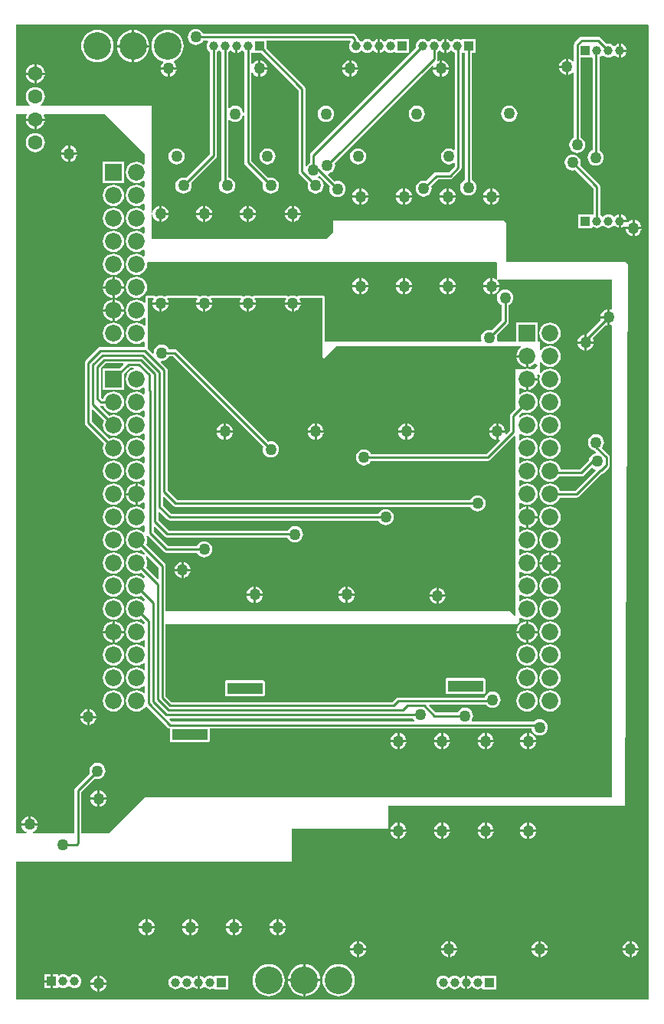
<source format=gbl>
G04*
G04 #@! TF.GenerationSoftware,Altium Limited,Altium Designer,19.1.7 (138)*
G04*
G04 Layer_Physical_Order=2*
G04 Layer_Color=16711680*
%FSLAX24Y24*%
%MOIN*%
G70*
G01*
G75*
%ADD12C,0.0100*%
%ADD57C,0.0394*%
%ADD58R,0.0394X0.0394*%
%ADD59C,0.0630*%
%ADD60C,0.0728*%
%ADD61R,0.0728X0.0728*%
%ADD62C,0.0500*%
%ADD63C,0.1200*%
%ADD64R,0.1550X0.0500*%
G36*
X5600Y36850D02*
Y36428D01*
X5550Y36404D01*
X5486Y36453D01*
X5373Y36499D01*
X5252Y36515D01*
X5131Y36499D01*
X5018Y36453D01*
X4921Y36378D01*
X4847Y36281D01*
X4800Y36168D01*
X4784Y36047D01*
X4800Y35926D01*
X4847Y35813D01*
X4921Y35716D01*
X5018Y35642D01*
X5131Y35595D01*
X5252Y35579D01*
X5373Y35595D01*
X5486Y35642D01*
X5550Y35691D01*
X5600Y35666D01*
Y35428D01*
X5550Y35404D01*
X5486Y35453D01*
X5373Y35499D01*
X5252Y35515D01*
X5131Y35499D01*
X5018Y35453D01*
X4921Y35378D01*
X4847Y35281D01*
X4800Y35168D01*
X4784Y35047D01*
X4800Y34926D01*
X4847Y34813D01*
X4921Y34716D01*
X5018Y34642D01*
X5131Y34595D01*
X5252Y34579D01*
X5373Y34595D01*
X5486Y34642D01*
X5550Y34691D01*
X5600Y34666D01*
Y34428D01*
X5550Y34404D01*
X5486Y34453D01*
X5373Y34499D01*
X5252Y34515D01*
X5131Y34499D01*
X5018Y34453D01*
X4921Y34378D01*
X4847Y34281D01*
X4800Y34168D01*
X4784Y34047D01*
X4800Y33926D01*
X4847Y33813D01*
X4921Y33716D01*
X5018Y33642D01*
X5131Y33595D01*
X5252Y33579D01*
X5373Y33595D01*
X5486Y33642D01*
X5550Y33691D01*
X5600Y33666D01*
Y33428D01*
X5550Y33404D01*
X5486Y33453D01*
X5373Y33499D01*
X5252Y33515D01*
X5131Y33499D01*
X5018Y33453D01*
X4921Y33378D01*
X4847Y33281D01*
X4800Y33168D01*
X4784Y33047D01*
X4800Y32926D01*
X4847Y32813D01*
X4921Y32716D01*
X5018Y32642D01*
X5131Y32595D01*
X5252Y32579D01*
X5373Y32595D01*
X5486Y32642D01*
X5550Y32691D01*
X5600Y32666D01*
Y32428D01*
X5550Y32404D01*
X5486Y32453D01*
X5373Y32499D01*
X5252Y32515D01*
X5131Y32499D01*
X5018Y32453D01*
X4921Y32378D01*
X4847Y32281D01*
X4800Y32168D01*
X4784Y32047D01*
X4800Y31926D01*
X4847Y31813D01*
X4921Y31716D01*
X5018Y31642D01*
X5131Y31595D01*
X5252Y31579D01*
X5373Y31595D01*
X5486Y31642D01*
X5583Y31716D01*
X5657Y31813D01*
X5704Y31926D01*
X5720Y32047D01*
X5712Y32112D01*
X5745Y32150D01*
X20909D01*
X20950Y32109D01*
Y31446D01*
X20950Y31412D01*
X20907Y31382D01*
X20877Y31406D01*
X20791Y31441D01*
X20750Y31446D01*
Y31150D01*
X21046D01*
X21041Y31191D01*
X21006Y31277D01*
X20950Y31350D01*
X20948Y31351D01*
X20966Y31400D01*
X20995Y31400D01*
X25900D01*
X25904Y31404D01*
X25950Y31385D01*
Y30112D01*
X25908Y30084D01*
X25891Y30091D01*
X25850Y30096D01*
Y29750D01*
Y29404D01*
X25891Y29409D01*
X25908Y29416D01*
X25950Y29388D01*
Y8850D01*
X5600D01*
X4050Y7300D01*
X2853D01*
Y9087D01*
X3435Y9669D01*
X3459Y9659D01*
X3550Y9647D01*
X3641Y9659D01*
X3727Y9694D01*
X3800Y9750D01*
X3856Y9823D01*
X3891Y9909D01*
X3903Y10000D01*
X3891Y10091D01*
X3856Y10177D01*
X3800Y10250D01*
X3727Y10306D01*
X3641Y10341D01*
X3550Y10353D01*
X3459Y10341D01*
X3373Y10306D01*
X3300Y10250D01*
X3244Y10177D01*
X3209Y10091D01*
X3197Y10000D01*
X3209Y9909D01*
X3219Y9885D01*
X2592Y9258D01*
X2559Y9209D01*
X2547Y9150D01*
Y7300D01*
X740D01*
X730Y7350D01*
X777Y7369D01*
X850Y7425D01*
X906Y7498D01*
X941Y7583D01*
X946Y7625D01*
X254D01*
X259Y7583D01*
X294Y7498D01*
X350Y7425D01*
X423Y7369D01*
X470Y7350D01*
X460Y7300D01*
X0D01*
Y38600D01*
X463D01*
X484Y38550D01*
X446Y38458D01*
X438Y38400D01*
X850D01*
X1262D01*
X1254Y38458D01*
X1216Y38550D01*
X1237Y38600D01*
X3850D01*
X5600Y36850D01*
D02*
G37*
G36*
X27531Y42469D02*
Y69D01*
X27524Y50D01*
X0D01*
Y6050D01*
X12000D01*
Y7500D01*
X16200D01*
Y8500D01*
X26520D01*
X26650Y32058D01*
X26520Y32187D01*
X26483Y32150D01*
X21350D01*
Y33850D01*
X21245Y33955D01*
X13801D01*
Y33451D01*
X13500Y33150D01*
X5900D01*
Y34182D01*
X5918Y34225D01*
X5950Y34227D01*
X5950Y34224D01*
X5959Y34159D01*
X5994Y34073D01*
X6050Y34000D01*
X6123Y33944D01*
X6209Y33909D01*
X6250Y33904D01*
Y34250D01*
Y34596D01*
X6209Y34591D01*
X6123Y34556D01*
X6050Y34500D01*
X5994Y34427D01*
X5959Y34341D01*
X5950Y34276D01*
X5950Y34273D01*
X5918Y34275D01*
X5900Y34318D01*
Y38950D01*
X1092D01*
X1076Y39000D01*
X1146Y39054D01*
X1212Y39141D01*
X1254Y39242D01*
X1269Y39350D01*
X1254Y39458D01*
X1212Y39559D01*
X1146Y39646D01*
X1059Y39712D01*
X958Y39754D01*
X850Y39769D01*
X742Y39754D01*
X641Y39712D01*
X554Y39646D01*
X488Y39559D01*
X446Y39458D01*
X431Y39350D01*
X446Y39242D01*
X488Y39141D01*
X554Y39054D01*
X624Y39000D01*
X608Y38950D01*
X0D01*
Y42497D01*
X27496Y42504D01*
X27531Y42469D01*
D02*
G37*
%LPC*%
G36*
X1262Y38300D02*
X900D01*
Y37938D01*
X958Y37946D01*
X1059Y37988D01*
X1146Y38054D01*
X1212Y38141D01*
X1254Y38242D01*
X1262Y38300D01*
D02*
G37*
G36*
X800D02*
X438D01*
X446Y38242D01*
X488Y38141D01*
X554Y38054D01*
X641Y37988D01*
X742Y37946D01*
X800Y37938D01*
Y38300D01*
D02*
G37*
G36*
X850Y37769D02*
X742Y37754D01*
X641Y37712D01*
X554Y37646D01*
X488Y37559D01*
X446Y37458D01*
X431Y37350D01*
X446Y37242D01*
X488Y37141D01*
X554Y37054D01*
X641Y36988D01*
X742Y36946D01*
X850Y36931D01*
X958Y36946D01*
X1059Y36988D01*
X1146Y37054D01*
X1212Y37141D01*
X1254Y37242D01*
X1269Y37350D01*
X1254Y37458D01*
X1212Y37559D01*
X1146Y37646D01*
X1059Y37712D01*
X958Y37754D01*
X850Y37769D01*
D02*
G37*
G36*
X2368Y37216D02*
Y36920D01*
X2665D01*
X2659Y36961D01*
X2624Y37046D01*
X2568Y37119D01*
X2495Y37175D01*
X2410Y37211D01*
X2368Y37216D01*
D02*
G37*
G36*
X2268D02*
X2227Y37211D01*
X2142Y37175D01*
X2069Y37119D01*
X2012Y37046D01*
X1977Y36961D01*
X1972Y36920D01*
X2268D01*
Y37216D01*
D02*
G37*
G36*
X2665Y36820D02*
X2368D01*
Y36523D01*
X2410Y36529D01*
X2495Y36564D01*
X2568Y36620D01*
X2624Y36693D01*
X2659Y36778D01*
X2665Y36820D01*
D02*
G37*
G36*
X2268D02*
X1972D01*
X1977Y36778D01*
X2012Y36693D01*
X2069Y36620D01*
X2142Y36564D01*
X2227Y36529D01*
X2268Y36523D01*
Y36820D01*
D02*
G37*
G36*
X4716Y36511D02*
X3788D01*
Y35583D01*
X4716D01*
Y36511D01*
D02*
G37*
G36*
X4252Y35515D02*
X4131Y35499D01*
X4018Y35453D01*
X3921Y35378D01*
X3847Y35281D01*
X3800Y35168D01*
X3784Y35047D01*
X3800Y34926D01*
X3847Y34813D01*
X3921Y34716D01*
X4018Y34642D01*
X4131Y34595D01*
X4252Y34579D01*
X4373Y34595D01*
X4486Y34642D01*
X4583Y34716D01*
X4657Y34813D01*
X4704Y34926D01*
X4720Y35047D01*
X4704Y35168D01*
X4657Y35281D01*
X4583Y35378D01*
X4486Y35453D01*
X4373Y35499D01*
X4252Y35515D01*
D02*
G37*
G36*
Y34515D02*
X4131Y34499D01*
X4018Y34453D01*
X3921Y34378D01*
X3847Y34281D01*
X3800Y34168D01*
X3784Y34047D01*
X3800Y33926D01*
X3847Y33813D01*
X3921Y33716D01*
X4018Y33642D01*
X4131Y33595D01*
X4252Y33579D01*
X4373Y33595D01*
X4486Y33642D01*
X4583Y33716D01*
X4657Y33813D01*
X4704Y33926D01*
X4720Y34047D01*
X4704Y34168D01*
X4657Y34281D01*
X4583Y34378D01*
X4486Y34453D01*
X4373Y34499D01*
X4252Y34515D01*
D02*
G37*
G36*
Y33515D02*
X4131Y33499D01*
X4018Y33453D01*
X3921Y33378D01*
X3847Y33281D01*
X3800Y33168D01*
X3784Y33047D01*
X3800Y32926D01*
X3847Y32813D01*
X3921Y32716D01*
X4018Y32642D01*
X4131Y32595D01*
X4252Y32579D01*
X4373Y32595D01*
X4486Y32642D01*
X4583Y32716D01*
X4657Y32813D01*
X4704Y32926D01*
X4720Y33047D01*
X4704Y33168D01*
X4657Y33281D01*
X4583Y33378D01*
X4486Y33453D01*
X4373Y33499D01*
X4252Y33515D01*
D02*
G37*
G36*
Y32515D02*
X4131Y32499D01*
X4018Y32453D01*
X3921Y32378D01*
X3847Y32281D01*
X3800Y32168D01*
X3784Y32047D01*
X3800Y31926D01*
X3847Y31813D01*
X3921Y31716D01*
X4018Y31642D01*
X4131Y31595D01*
X4252Y31579D01*
X4373Y31595D01*
X4486Y31642D01*
X4583Y31716D01*
X4657Y31813D01*
X4704Y31926D01*
X4720Y32047D01*
X4704Y32168D01*
X4657Y32281D01*
X4583Y32378D01*
X4486Y32453D01*
X4373Y32499D01*
X4252Y32515D01*
D02*
G37*
G36*
X20650Y31446D02*
X20609Y31441D01*
X20523Y31406D01*
X20450Y31350D01*
X20394Y31277D01*
X20359Y31191D01*
X20354Y31150D01*
X20650D01*
Y31446D01*
D02*
G37*
G36*
X18850D02*
Y31150D01*
X19146D01*
X19141Y31191D01*
X19106Y31277D01*
X19050Y31350D01*
X18977Y31406D01*
X18891Y31441D01*
X18850Y31446D01*
D02*
G37*
G36*
X18750D02*
X18709Y31441D01*
X18623Y31406D01*
X18550Y31350D01*
X18494Y31277D01*
X18459Y31191D01*
X18454Y31150D01*
X18750D01*
Y31446D01*
D02*
G37*
G36*
X16950D02*
Y31150D01*
X17246D01*
X17241Y31191D01*
X17206Y31277D01*
X17150Y31350D01*
X17077Y31406D01*
X16991Y31441D01*
X16950Y31446D01*
D02*
G37*
G36*
X16850D02*
X16809Y31441D01*
X16723Y31406D01*
X16650Y31350D01*
X16594Y31277D01*
X16559Y31191D01*
X16554Y31150D01*
X16850D01*
Y31446D01*
D02*
G37*
G36*
X15050D02*
Y31150D01*
X15346D01*
X15341Y31191D01*
X15306Y31277D01*
X15250Y31350D01*
X15177Y31406D01*
X15091Y31441D01*
X15050Y31446D01*
D02*
G37*
G36*
X14950D02*
X14909Y31441D01*
X14823Y31406D01*
X14750Y31350D01*
X14694Y31277D01*
X14659Y31191D01*
X14654Y31150D01*
X14950D01*
Y31446D01*
D02*
G37*
G36*
X4302Y31509D02*
Y31097D01*
X4714D01*
X4704Y31168D01*
X4657Y31281D01*
X4583Y31378D01*
X4486Y31453D01*
X4373Y31499D01*
X4302Y31509D01*
D02*
G37*
G36*
X4202D02*
X4131Y31499D01*
X4018Y31453D01*
X3921Y31378D01*
X3847Y31281D01*
X3800Y31168D01*
X3790Y31097D01*
X4202D01*
Y31509D01*
D02*
G37*
G36*
X21046Y31050D02*
X20750D01*
Y30754D01*
X20791Y30759D01*
X20877Y30794D01*
X20950Y30850D01*
X21006Y30923D01*
X21041Y31009D01*
X21046Y31050D01*
D02*
G37*
G36*
X20650D02*
X20354D01*
X20359Y31009D01*
X20394Y30923D01*
X20450Y30850D01*
X20523Y30794D01*
X20609Y30759D01*
X20650Y30754D01*
Y31050D01*
D02*
G37*
G36*
X19146D02*
X18850D01*
Y30754D01*
X18891Y30759D01*
X18977Y30794D01*
X19050Y30850D01*
X19106Y30923D01*
X19141Y31009D01*
X19146Y31050D01*
D02*
G37*
G36*
X18750D02*
X18454D01*
X18459Y31009D01*
X18494Y30923D01*
X18550Y30850D01*
X18623Y30794D01*
X18709Y30759D01*
X18750Y30754D01*
Y31050D01*
D02*
G37*
G36*
X17246D02*
X16950D01*
Y30754D01*
X16991Y30759D01*
X17077Y30794D01*
X17150Y30850D01*
X17206Y30923D01*
X17241Y31009D01*
X17246Y31050D01*
D02*
G37*
G36*
X16850D02*
X16554D01*
X16559Y31009D01*
X16594Y30923D01*
X16650Y30850D01*
X16723Y30794D01*
X16809Y30759D01*
X16850Y30754D01*
Y31050D01*
D02*
G37*
G36*
X15346D02*
X15050D01*
Y30754D01*
X15091Y30759D01*
X15177Y30794D01*
X15250Y30850D01*
X15306Y30923D01*
X15341Y31009D01*
X15346Y31050D01*
D02*
G37*
G36*
X14950D02*
X14654D01*
X14659Y31009D01*
X14694Y30923D01*
X14750Y30850D01*
X14823Y30794D01*
X14909Y30759D01*
X14950Y30754D01*
Y31050D01*
D02*
G37*
G36*
X4714Y30997D02*
X4302D01*
Y30586D01*
X4373Y30595D01*
X4486Y30642D01*
X4583Y30716D01*
X4657Y30813D01*
X4704Y30926D01*
X4714Y30997D01*
D02*
G37*
G36*
X4202D02*
X3790D01*
X3800Y30926D01*
X3847Y30813D01*
X3921Y30716D01*
X4018Y30642D01*
X4131Y30595D01*
X4202Y30586D01*
Y30997D01*
D02*
G37*
G36*
X5252Y31515D02*
X5131Y31499D01*
X5018Y31453D01*
X4921Y31378D01*
X4847Y31281D01*
X4800Y31168D01*
X4784Y31047D01*
X4800Y30926D01*
X4847Y30813D01*
X4921Y30716D01*
X5018Y30642D01*
X5131Y30595D01*
X5252Y30579D01*
X5373Y30595D01*
X5486Y30642D01*
X5583Y30716D01*
X5657Y30813D01*
X5704Y30926D01*
X5720Y31047D01*
X5704Y31168D01*
X5657Y31281D01*
X5583Y31378D01*
X5486Y31453D01*
X5373Y31499D01*
X5252Y31515D01*
D02*
G37*
G36*
X4302Y30509D02*
Y30097D01*
X4714D01*
X4704Y30168D01*
X4657Y30281D01*
X4583Y30378D01*
X4486Y30453D01*
X4373Y30499D01*
X4302Y30509D01*
D02*
G37*
G36*
X4202D02*
X4131Y30499D01*
X4018Y30453D01*
X3921Y30378D01*
X3847Y30281D01*
X3800Y30168D01*
X3790Y30097D01*
X4202D01*
Y30509D01*
D02*
G37*
G36*
X25750Y30096D02*
X25709Y30091D01*
X25623Y30056D01*
X25550Y30000D01*
X25494Y29927D01*
X25459Y29841D01*
X25454Y29800D01*
X25750D01*
Y30096D01*
D02*
G37*
G36*
X4714Y29997D02*
X4302D01*
Y29586D01*
X4373Y29595D01*
X4486Y29642D01*
X4583Y29716D01*
X4657Y29813D01*
X4704Y29926D01*
X4714Y29997D01*
D02*
G37*
G36*
X4202D02*
X3790D01*
X3800Y29926D01*
X3847Y29813D01*
X3921Y29716D01*
X4018Y29642D01*
X4131Y29595D01*
X4202Y29586D01*
Y29997D01*
D02*
G37*
G36*
X25750Y29700D02*
X25454D01*
X25459Y29659D01*
X25469Y29635D01*
X24850Y29016D01*
Y28700D01*
X25146D01*
X25141Y28741D01*
X25106Y28827D01*
X25100Y28834D01*
X25685Y29419D01*
X25709Y29409D01*
X25750Y29404D01*
Y29700D01*
D02*
G37*
G36*
X21300Y30953D02*
X21209Y30941D01*
X21123Y30906D01*
X21050Y30850D01*
X20994Y30777D01*
X20959Y30691D01*
X20947Y30600D01*
X20959Y30509D01*
X20994Y30423D01*
X21050Y30350D01*
X21123Y30294D01*
X21147Y30285D01*
Y29613D01*
X20715Y29181D01*
X20691Y29191D01*
X20600Y29203D01*
X20509Y29191D01*
X20423Y29156D01*
X20350Y29100D01*
X20294Y29027D01*
X20259Y28941D01*
X20247Y28850D01*
X20259Y28759D01*
X20266Y28742D01*
X20238Y28700D01*
X13452D01*
X13452Y30600D01*
X13444Y30639D01*
X13422Y30672D01*
X13389Y30694D01*
X13350Y30702D01*
X12362D01*
X12346Y30699D01*
X12330Y30697D01*
X12327Y30695D01*
X12323Y30694D01*
X12310Y30685D01*
X12295Y30677D01*
X12293Y30674D01*
X12290Y30672D01*
X12289Y30671D01*
X12233Y30651D01*
X12227Y30656D01*
X12141Y30691D01*
X12050Y30703D01*
X11959Y30691D01*
X11873Y30656D01*
X11851Y30657D01*
X11811Y30671D01*
X11810Y30672D01*
X11807Y30674D01*
X11805Y30677D01*
X11790Y30685D01*
X11777Y30694D01*
X11773Y30695D01*
X11770Y30697D01*
X11754Y30699D01*
X11738Y30702D01*
X10412D01*
X10396Y30699D01*
X10380Y30697D01*
X10377Y30695D01*
X10373Y30694D01*
X10360Y30685D01*
X10345Y30677D01*
X10343Y30674D01*
X10340Y30672D01*
X10339Y30671D01*
X10283Y30651D01*
X10277Y30656D01*
X10191Y30691D01*
X10100Y30703D01*
X10009Y30691D01*
X9923Y30656D01*
X9901Y30657D01*
X9861Y30671D01*
X9860Y30672D01*
X9857Y30674D01*
X9855Y30677D01*
X9840Y30685D01*
X9827Y30694D01*
X9823Y30695D01*
X9820Y30697D01*
X9804Y30699D01*
X9788Y30702D01*
X8512D01*
X8496Y30699D01*
X8480Y30697D01*
X8477Y30695D01*
X8473Y30694D01*
X8460Y30685D01*
X8445Y30677D01*
X8443Y30674D01*
X8440Y30672D01*
X8439Y30671D01*
X8383Y30651D01*
X8377Y30656D01*
X8291Y30691D01*
X8200Y30703D01*
X8109Y30691D01*
X8023Y30656D01*
X8001Y30657D01*
X7961Y30671D01*
X7960Y30672D01*
X7957Y30674D01*
X7955Y30677D01*
X7940Y30685D01*
X7927Y30694D01*
X7923Y30695D01*
X7920Y30697D01*
X7904Y30699D01*
X7888Y30702D01*
X6612D01*
X6596Y30699D01*
X6580Y30697D01*
X6577Y30695D01*
X6573Y30694D01*
X6560Y30685D01*
X6545Y30677D01*
X6543Y30674D01*
X6540Y30672D01*
X6539Y30671D01*
X6483Y30651D01*
X6477Y30656D01*
X6391Y30691D01*
X6300Y30703D01*
X6209Y30691D01*
X6123Y30656D01*
X6101Y30657D01*
X6061Y30671D01*
X6060Y30672D01*
X6057Y30674D01*
X6055Y30677D01*
X6040Y30685D01*
X6027Y30694D01*
X6023Y30695D01*
X6020Y30697D01*
X6004Y30699D01*
X5988Y30702D01*
X5745D01*
X5726Y30698D01*
X5706Y30694D01*
X5706Y30694D01*
X5706Y30694D01*
X5690Y30683D01*
X5673Y30673D01*
X5673Y30672D01*
X5673Y30672D01*
X5662Y30656D01*
X5651Y30640D01*
X5651Y30639D01*
X5651Y30639D01*
X5647Y30620D01*
X5643Y30601D01*
X5641Y30380D01*
X5594Y30364D01*
X5583Y30378D01*
X5486Y30453D01*
X5373Y30499D01*
X5252Y30515D01*
X5131Y30499D01*
X5018Y30453D01*
X4921Y30378D01*
X4847Y30281D01*
X4800Y30168D01*
X4784Y30047D01*
X4800Y29926D01*
X4847Y29813D01*
X4921Y29716D01*
X5018Y29642D01*
X5131Y29595D01*
X5252Y29579D01*
X5373Y29595D01*
X5486Y29642D01*
X5583Y29716D01*
X5589Y29724D01*
X5637Y29708D01*
X5634Y29389D01*
X5587Y29373D01*
X5583Y29378D01*
X5486Y29453D01*
X5373Y29499D01*
X5252Y29515D01*
X5131Y29499D01*
X5018Y29453D01*
X4921Y29378D01*
X4847Y29281D01*
X4800Y29168D01*
X4784Y29047D01*
X4800Y28926D01*
X4847Y28813D01*
X4921Y28716D01*
X5018Y28642D01*
X5131Y28595D01*
X5252Y28579D01*
X5373Y28595D01*
X5486Y28642D01*
X5550Y28691D01*
X5600Y28666D01*
Y28454D01*
X5599Y28453D01*
X3689D01*
X3631Y28441D01*
X3581Y28408D01*
X3042Y27869D01*
X3009Y27819D01*
X2997Y27761D01*
Y25149D01*
X3009Y25091D01*
X3042Y25041D01*
X3833Y24250D01*
X3800Y24168D01*
X3784Y24047D01*
X3800Y23926D01*
X3847Y23813D01*
X3921Y23716D01*
X4018Y23642D01*
X4131Y23595D01*
X4252Y23579D01*
X4373Y23595D01*
X4486Y23642D01*
X4583Y23716D01*
X4657Y23813D01*
X4704Y23926D01*
X4720Y24047D01*
X4704Y24168D01*
X4657Y24281D01*
X4583Y24378D01*
X4486Y24453D01*
X4373Y24499D01*
X4252Y24515D01*
X4131Y24499D01*
X4050Y24466D01*
X3303Y25213D01*
Y25715D01*
X3349Y25734D01*
X3833Y25250D01*
X3800Y25168D01*
X3784Y25047D01*
X3800Y24926D01*
X3847Y24813D01*
X3921Y24716D01*
X4018Y24642D01*
X4131Y24595D01*
X4252Y24579D01*
X4373Y24595D01*
X4486Y24642D01*
X4583Y24716D01*
X4657Y24813D01*
X4704Y24926D01*
X4720Y25047D01*
X4704Y25168D01*
X4657Y25281D01*
X4583Y25378D01*
X4486Y25453D01*
X4373Y25499D01*
X4252Y25515D01*
X4131Y25499D01*
X4050Y25466D01*
X3665Y25851D01*
X3689Y25897D01*
X3703Y25894D01*
X3813D01*
X3847Y25813D01*
X3921Y25716D01*
X4018Y25642D01*
X4131Y25595D01*
X4252Y25579D01*
X4373Y25595D01*
X4486Y25642D01*
X4583Y25716D01*
X4657Y25813D01*
X4704Y25926D01*
X4720Y26047D01*
X4704Y26168D01*
X4657Y26281D01*
X4583Y26378D01*
X4486Y26453D01*
X4373Y26499D01*
X4252Y26515D01*
X4131Y26499D01*
X4018Y26453D01*
X3921Y26378D01*
X3847Y26281D01*
X3813Y26200D01*
X3766D01*
X3703Y26263D01*
Y27532D01*
X3918Y27747D01*
X4670D01*
X4689Y27701D01*
X4500Y27511D01*
X3788D01*
Y26583D01*
X4716D01*
Y27295D01*
X4968Y27547D01*
X5121D01*
X5131Y27499D01*
X5018Y27453D01*
X4921Y27378D01*
X4847Y27281D01*
X4800Y27168D01*
X4784Y27047D01*
X4800Y26926D01*
X4847Y26813D01*
X4921Y26716D01*
X5018Y26642D01*
X5131Y26595D01*
X5252Y26579D01*
X5373Y26595D01*
X5486Y26642D01*
X5550Y26691D01*
X5600Y26666D01*
Y26428D01*
X5550Y26404D01*
X5486Y26453D01*
X5373Y26499D01*
X5252Y26515D01*
X5131Y26499D01*
X5018Y26453D01*
X4921Y26378D01*
X4847Y26281D01*
X4800Y26168D01*
X4784Y26047D01*
X4800Y25926D01*
X4847Y25813D01*
X4921Y25716D01*
X5018Y25642D01*
X5131Y25595D01*
X5252Y25579D01*
X5373Y25595D01*
X5486Y25642D01*
X5550Y25691D01*
X5600Y25666D01*
Y25428D01*
X5550Y25404D01*
X5486Y25453D01*
X5373Y25499D01*
X5252Y25515D01*
X5131Y25499D01*
X5018Y25453D01*
X4921Y25378D01*
X4847Y25281D01*
X4800Y25168D01*
X4784Y25047D01*
X4800Y24926D01*
X4847Y24813D01*
X4921Y24716D01*
X5018Y24642D01*
X5131Y24595D01*
X5252Y24579D01*
X5373Y24595D01*
X5486Y24642D01*
X5550Y24691D01*
X5600Y24666D01*
Y24428D01*
X5550Y24404D01*
X5486Y24453D01*
X5373Y24499D01*
X5252Y24515D01*
X5131Y24499D01*
X5018Y24453D01*
X4921Y24378D01*
X4847Y24281D01*
X4800Y24168D01*
X4784Y24047D01*
X4800Y23926D01*
X4847Y23813D01*
X4921Y23716D01*
X5018Y23642D01*
X5131Y23595D01*
X5252Y23579D01*
X5373Y23595D01*
X5486Y23642D01*
X5550Y23691D01*
X5600Y23666D01*
Y23428D01*
X5550Y23404D01*
X5486Y23453D01*
X5373Y23499D01*
X5252Y23515D01*
X5131Y23499D01*
X5018Y23453D01*
X4921Y23378D01*
X4847Y23281D01*
X4800Y23168D01*
X4784Y23047D01*
X4800Y22926D01*
X4847Y22813D01*
X4921Y22716D01*
X5018Y22642D01*
X5131Y22595D01*
X5252Y22579D01*
X5373Y22595D01*
X5486Y22642D01*
X5550Y22691D01*
X5600Y22666D01*
Y22428D01*
X5550Y22404D01*
X5486Y22453D01*
X5373Y22499D01*
X5302Y22509D01*
Y22047D01*
Y21586D01*
X5373Y21595D01*
X5486Y21642D01*
X5550Y21691D01*
X5600Y21666D01*
Y21428D01*
X5550Y21404D01*
X5486Y21453D01*
X5373Y21499D01*
X5252Y21515D01*
X5131Y21499D01*
X5018Y21453D01*
X4921Y21378D01*
X4847Y21281D01*
X4800Y21168D01*
X4784Y21047D01*
X4800Y20926D01*
X4847Y20813D01*
X4921Y20716D01*
X5018Y20642D01*
X5131Y20595D01*
X5252Y20579D01*
X5373Y20595D01*
X5486Y20642D01*
X5550Y20691D01*
X5600Y20666D01*
Y20428D01*
X5550Y20404D01*
X5486Y20453D01*
X5373Y20499D01*
X5252Y20515D01*
X5131Y20499D01*
X5018Y20453D01*
X4921Y20378D01*
X4847Y20281D01*
X4800Y20168D01*
X4784Y20047D01*
X4800Y19926D01*
X4847Y19813D01*
X4921Y19716D01*
X5018Y19642D01*
X5131Y19595D01*
X5252Y19579D01*
X5373Y19595D01*
X5454Y19629D01*
X5600Y19483D01*
Y19428D01*
X5596Y19424D01*
X5595Y19424D01*
X5595Y19423D01*
X5547Y19415D01*
X5531Y19418D01*
X5531Y19418D01*
X5486Y19453D01*
X5373Y19499D01*
X5252Y19515D01*
X5131Y19499D01*
X5018Y19453D01*
X4921Y19378D01*
X4847Y19281D01*
X4800Y19168D01*
X4784Y19047D01*
X4800Y18926D01*
X4847Y18813D01*
X4921Y18716D01*
X5018Y18642D01*
X5131Y18595D01*
X5252Y18579D01*
X5373Y18595D01*
X5454Y18629D01*
X5600Y18483D01*
Y18428D01*
X5550Y18404D01*
X5486Y18453D01*
X5373Y18499D01*
X5252Y18515D01*
X5131Y18499D01*
X5018Y18453D01*
X4921Y18378D01*
X4847Y18281D01*
X4800Y18168D01*
X4784Y18047D01*
X4800Y17926D01*
X4847Y17813D01*
X4921Y17716D01*
X5018Y17642D01*
X5131Y17595D01*
X5252Y17579D01*
X5373Y17595D01*
X5454Y17629D01*
X5600Y17483D01*
Y17428D01*
X5550Y17404D01*
X5486Y17453D01*
X5373Y17499D01*
X5252Y17515D01*
X5131Y17499D01*
X5018Y17453D01*
X4921Y17378D01*
X4847Y17281D01*
X4800Y17168D01*
X4784Y17047D01*
X4800Y16926D01*
X4847Y16813D01*
X4921Y16716D01*
X5018Y16642D01*
X5131Y16595D01*
X5252Y16579D01*
X5373Y16595D01*
X5454Y16629D01*
X5600Y16483D01*
Y16428D01*
X5550Y16404D01*
X5486Y16453D01*
X5373Y16499D01*
X5252Y16515D01*
X5131Y16499D01*
X5018Y16453D01*
X4921Y16378D01*
X4847Y16281D01*
X4800Y16168D01*
X4784Y16047D01*
X4800Y15926D01*
X4847Y15813D01*
X4921Y15716D01*
X5018Y15642D01*
X5131Y15595D01*
X5252Y15579D01*
X5373Y15595D01*
X5486Y15642D01*
X5563Y15701D01*
X5613Y15676D01*
Y15418D01*
X5563Y15394D01*
X5486Y15453D01*
X5373Y15499D01*
X5252Y15515D01*
X5131Y15499D01*
X5018Y15453D01*
X4921Y15378D01*
X4847Y15281D01*
X4800Y15168D01*
X4784Y15047D01*
X4800Y14926D01*
X4847Y14813D01*
X4921Y14716D01*
X5018Y14642D01*
X5131Y14595D01*
X5252Y14579D01*
X5373Y14595D01*
X5486Y14642D01*
X5563Y14701D01*
X5613Y14676D01*
Y14418D01*
X5563Y14394D01*
X5486Y14453D01*
X5373Y14499D01*
X5252Y14515D01*
X5131Y14499D01*
X5018Y14453D01*
X4921Y14378D01*
X4847Y14281D01*
X4800Y14168D01*
X4784Y14047D01*
X4800Y13926D01*
X4847Y13813D01*
X4921Y13716D01*
X5018Y13642D01*
X5131Y13595D01*
X5252Y13579D01*
X5373Y13595D01*
X5486Y13642D01*
X5563Y13701D01*
X5613Y13676D01*
Y13418D01*
X5563Y13393D01*
X5486Y13453D01*
X5373Y13499D01*
X5252Y13515D01*
X5131Y13499D01*
X5018Y13453D01*
X4921Y13378D01*
X4847Y13281D01*
X4800Y13168D01*
X4784Y13047D01*
X4800Y12926D01*
X4847Y12813D01*
X4921Y12716D01*
X5018Y12642D01*
X5131Y12595D01*
X5252Y12579D01*
X5373Y12595D01*
X5486Y12642D01*
X5583Y12716D01*
X5640Y12790D01*
X5702Y12799D01*
X6609Y11892D01*
X6659Y11859D01*
X6698Y11851D01*
X6698Y11850D01*
Y11608D01*
X6697Y11600D01*
X6698Y11592D01*
Y11350D01*
X6706Y11311D01*
X6728Y11278D01*
X6761Y11256D01*
X6800Y11248D01*
X7042D01*
X7050Y11247D01*
X7058Y11248D01*
X7992D01*
X8000Y11247D01*
X8008Y11248D01*
X8350D01*
X8389Y11256D01*
X8422Y11278D01*
X8444Y11311D01*
X8452Y11350D01*
Y11847D01*
X22454D01*
X22459Y11809D01*
X22494Y11723D01*
X22550Y11650D01*
X22623Y11594D01*
X22709Y11559D01*
X22800Y11547D01*
X22891Y11559D01*
X22977Y11594D01*
X23050Y11650D01*
X23106Y11723D01*
X23141Y11809D01*
X23153Y11900D01*
X23141Y11991D01*
X23106Y12077D01*
X23050Y12150D01*
X22977Y12206D01*
X22891Y12241D01*
X22800Y12253D01*
X22709Y12241D01*
X22623Y12206D01*
X22555Y12153D01*
X19858D01*
X19836Y12198D01*
X19856Y12223D01*
X19891Y12309D01*
X19903Y12400D01*
X19891Y12491D01*
X19856Y12577D01*
X19800Y12650D01*
X19727Y12706D01*
X19641Y12741D01*
X19550Y12753D01*
X19459Y12741D01*
X19373Y12706D01*
X19300Y12650D01*
X19244Y12577D01*
X19235Y12553D01*
X18279D01*
X17981Y12851D01*
X18000Y12897D01*
X20465D01*
X20500Y12850D01*
X20573Y12794D01*
X20659Y12759D01*
X20750Y12747D01*
X20841Y12759D01*
X20927Y12794D01*
X21000Y12850D01*
X21056Y12923D01*
X21091Y13009D01*
X21103Y13100D01*
X21091Y13191D01*
X21056Y13277D01*
X21000Y13350D01*
X20927Y13406D01*
X20841Y13441D01*
X20750Y13453D01*
X20659Y13441D01*
X20573Y13406D01*
X20500Y13350D01*
X20444Y13277D01*
X20414Y13203D01*
X16650D01*
X16591Y13191D01*
X16542Y13158D01*
X16387Y13003D01*
X6779D01*
X6519Y13263D01*
Y16400D01*
X21800D01*
X21900Y16500D01*
Y16669D01*
X21950Y16694D01*
X22018Y16642D01*
X22131Y16595D01*
X22252Y16579D01*
X22373Y16595D01*
X22486Y16642D01*
X22583Y16716D01*
X22657Y16813D01*
X22704Y16926D01*
X22720Y17047D01*
X22704Y17168D01*
X22657Y17281D01*
X22583Y17378D01*
X22486Y17453D01*
X22373Y17499D01*
X22252Y17515D01*
X22131Y17499D01*
X22018Y17453D01*
X21950Y17401D01*
X21900Y17425D01*
Y17669D01*
X21950Y17694D01*
X22018Y17642D01*
X22131Y17595D01*
X22252Y17579D01*
X22373Y17595D01*
X22486Y17642D01*
X22583Y17716D01*
X22657Y17813D01*
X22704Y17926D01*
X22720Y18047D01*
X22704Y18168D01*
X22657Y18281D01*
X22583Y18378D01*
X22486Y18453D01*
X22373Y18499D01*
X22252Y18515D01*
X22131Y18499D01*
X22018Y18453D01*
X21950Y18401D01*
X21900Y18425D01*
Y18669D01*
X21950Y18694D01*
X22018Y18642D01*
X22131Y18595D01*
X22252Y18579D01*
X22373Y18595D01*
X22486Y18642D01*
X22583Y18716D01*
X22657Y18813D01*
X22704Y18926D01*
X22720Y19047D01*
X22704Y19168D01*
X22657Y19281D01*
X22583Y19378D01*
X22486Y19453D01*
X22373Y19499D01*
X22252Y19515D01*
X22131Y19499D01*
X22018Y19453D01*
X21950Y19401D01*
X21900Y19425D01*
Y19669D01*
X21950Y19694D01*
X22018Y19642D01*
X22131Y19595D01*
X22252Y19579D01*
X22373Y19595D01*
X22486Y19642D01*
X22583Y19716D01*
X22657Y19813D01*
X22704Y19926D01*
X22720Y20047D01*
X22704Y20168D01*
X22657Y20281D01*
X22583Y20378D01*
X22486Y20453D01*
X22373Y20499D01*
X22252Y20515D01*
X22131Y20499D01*
X22018Y20453D01*
X21950Y20401D01*
X21900Y20425D01*
Y20669D01*
X21950Y20694D01*
X22018Y20642D01*
X22131Y20595D01*
X22202Y20586D01*
Y21047D01*
Y21509D01*
X22131Y21499D01*
X22018Y21453D01*
X21950Y21401D01*
X21900Y21425D01*
Y21669D01*
X21950Y21694D01*
X22018Y21642D01*
X22131Y21595D01*
X22252Y21579D01*
X22373Y21595D01*
X22486Y21642D01*
X22583Y21716D01*
X22657Y21813D01*
X22704Y21926D01*
X22720Y22047D01*
X22704Y22168D01*
X22657Y22281D01*
X22583Y22378D01*
X22486Y22453D01*
X22373Y22499D01*
X22252Y22515D01*
X22131Y22499D01*
X22018Y22453D01*
X21950Y22401D01*
X21900Y22425D01*
Y22669D01*
X21950Y22694D01*
X22018Y22642D01*
X22131Y22595D01*
X22252Y22579D01*
X22373Y22595D01*
X22486Y22642D01*
X22583Y22716D01*
X22657Y22813D01*
X22704Y22926D01*
X22720Y23047D01*
X22704Y23168D01*
X22657Y23281D01*
X22583Y23378D01*
X22486Y23453D01*
X22373Y23499D01*
X22252Y23515D01*
X22131Y23499D01*
X22018Y23453D01*
X21950Y23401D01*
X21900Y23425D01*
Y23669D01*
X21950Y23694D01*
X22018Y23642D01*
X22131Y23595D01*
X22252Y23579D01*
X22373Y23595D01*
X22486Y23642D01*
X22583Y23716D01*
X22657Y23813D01*
X22704Y23926D01*
X22720Y24047D01*
X22704Y24168D01*
X22657Y24281D01*
X22583Y24378D01*
X22486Y24453D01*
X22373Y24499D01*
X22252Y24515D01*
X22131Y24499D01*
X22018Y24453D01*
X21950Y24401D01*
X21900Y24425D01*
Y24669D01*
X21950Y24694D01*
X22018Y24642D01*
X22131Y24595D01*
X22252Y24579D01*
X22373Y24595D01*
X22486Y24642D01*
X22583Y24716D01*
X22657Y24813D01*
X22704Y24926D01*
X22720Y25047D01*
X22704Y25168D01*
X22657Y25281D01*
X22583Y25378D01*
X22486Y25453D01*
X22373Y25499D01*
X22252Y25515D01*
X22131Y25499D01*
X22018Y25453D01*
X21950Y25401D01*
X21900Y25425D01*
Y25479D01*
X22050Y25629D01*
X22131Y25595D01*
X22252Y25579D01*
X22373Y25595D01*
X22486Y25642D01*
X22583Y25716D01*
X22657Y25813D01*
X22704Y25926D01*
X22720Y26047D01*
X22704Y26168D01*
X22657Y26281D01*
X22583Y26378D01*
X22486Y26453D01*
X22373Y26499D01*
X22252Y26515D01*
X22131Y26499D01*
X22018Y26453D01*
X21950Y26401D01*
X21900Y26425D01*
Y26669D01*
X21950Y26694D01*
X22018Y26642D01*
X22131Y26595D01*
X22202Y26586D01*
Y27047D01*
X22252D01*
Y27097D01*
X22714D01*
X22704Y27168D01*
X22688Y27208D01*
X22715Y27250D01*
X22779D01*
X22779Y27250D01*
Y27250D01*
X22811Y27216D01*
X22816Y27208D01*
X22800Y27168D01*
X22784Y27047D01*
X22800Y26926D01*
X22847Y26813D01*
X22921Y26716D01*
X23018Y26642D01*
X23131Y26595D01*
X23252Y26579D01*
X23373Y26595D01*
X23486Y26642D01*
X23583Y26716D01*
X23657Y26813D01*
X23704Y26926D01*
X23720Y27047D01*
X23704Y27168D01*
X23657Y27281D01*
X23583Y27378D01*
X23486Y27453D01*
X23373Y27499D01*
X23252Y27515D01*
X23131Y27499D01*
X23018Y27453D01*
X22921Y27378D01*
X22887Y27334D01*
X22823Y27327D01*
X22800Y27347D01*
Y27640D01*
X22802Y27650D01*
X22800Y27660D01*
Y27804D01*
X22823Y27808D01*
X22850Y27809D01*
X22921Y27716D01*
X23018Y27642D01*
X23131Y27595D01*
X23252Y27579D01*
X23373Y27595D01*
X23486Y27642D01*
X23583Y27716D01*
X23657Y27813D01*
X23704Y27926D01*
X23720Y28047D01*
X23704Y28168D01*
X23657Y28281D01*
X23583Y28378D01*
X23486Y28453D01*
X23373Y28499D01*
X23252Y28515D01*
X23131Y28499D01*
X23018Y28453D01*
X22921Y28378D01*
X22850Y28286D01*
X22823Y28286D01*
X22800Y28291D01*
Y28700D01*
X22716D01*
Y29511D01*
X21788D01*
Y28700D01*
X20962D01*
X20934Y28742D01*
X20941Y28759D01*
X20953Y28850D01*
X20941Y28941D01*
X20931Y28965D01*
X21408Y29442D01*
X21441Y29491D01*
X21453Y29550D01*
Y30285D01*
X21477Y30294D01*
X21550Y30350D01*
X21606Y30423D01*
X21641Y30509D01*
X21653Y30600D01*
X21641Y30691D01*
X21606Y30777D01*
X21550Y30850D01*
X21477Y30906D01*
X21391Y30941D01*
X21300Y30953D01*
D02*
G37*
G36*
X24750Y28996D02*
X24709Y28991D01*
X24623Y28956D01*
X24550Y28900D01*
X24494Y28827D01*
X24459Y28741D01*
X24454Y28700D01*
X24750D01*
Y28996D01*
D02*
G37*
G36*
X23252Y29515D02*
X23131Y29499D01*
X23018Y29453D01*
X22921Y29378D01*
X22847Y29281D01*
X22800Y29168D01*
X22784Y29047D01*
X22800Y28926D01*
X22847Y28813D01*
X22921Y28716D01*
X23018Y28642D01*
X23131Y28595D01*
X23252Y28579D01*
X23373Y28595D01*
X23486Y28642D01*
X23583Y28716D01*
X23657Y28813D01*
X23704Y28926D01*
X23720Y29047D01*
X23704Y29168D01*
X23657Y29281D01*
X23583Y29378D01*
X23486Y29453D01*
X23373Y29499D01*
X23252Y29515D01*
D02*
G37*
G36*
X4252D02*
X4131Y29499D01*
X4018Y29453D01*
X3921Y29378D01*
X3847Y29281D01*
X3800Y29168D01*
X3784Y29047D01*
X3800Y28926D01*
X3847Y28813D01*
X3921Y28716D01*
X4018Y28642D01*
X4131Y28595D01*
X4252Y28579D01*
X4373Y28595D01*
X4486Y28642D01*
X4583Y28716D01*
X4657Y28813D01*
X4704Y28926D01*
X4720Y29047D01*
X4704Y29168D01*
X4657Y29281D01*
X4583Y29378D01*
X4486Y29453D01*
X4373Y29499D01*
X4252Y29515D01*
D02*
G37*
G36*
X25146Y28600D02*
X24850D01*
Y28304D01*
X24891Y28309D01*
X24977Y28344D01*
X25050Y28400D01*
X25106Y28473D01*
X25141Y28559D01*
X25146Y28600D01*
D02*
G37*
G36*
X24750D02*
X24454D01*
X24459Y28559D01*
X24494Y28473D01*
X24550Y28400D01*
X24623Y28344D01*
X24709Y28309D01*
X24750Y28304D01*
Y28600D01*
D02*
G37*
G36*
X22714Y26997D02*
X22302D01*
Y26586D01*
X22373Y26595D01*
X22486Y26642D01*
X22583Y26716D01*
X22657Y26813D01*
X22704Y26926D01*
X22714Y26997D01*
D02*
G37*
G36*
X23252Y26515D02*
X23131Y26499D01*
X23018Y26453D01*
X22921Y26378D01*
X22847Y26281D01*
X22800Y26168D01*
X22784Y26047D01*
X22800Y25926D01*
X22847Y25813D01*
X22921Y25716D01*
X23018Y25642D01*
X23131Y25595D01*
X23252Y25579D01*
X23373Y25595D01*
X23486Y25642D01*
X23583Y25716D01*
X23657Y25813D01*
X23704Y25926D01*
X23720Y26047D01*
X23704Y26168D01*
X23657Y26281D01*
X23583Y26378D01*
X23486Y26453D01*
X23373Y26499D01*
X23252Y26515D01*
D02*
G37*
G36*
Y25515D02*
X23131Y25499D01*
X23018Y25453D01*
X22921Y25378D01*
X22847Y25281D01*
X22800Y25168D01*
X22784Y25047D01*
X22800Y24926D01*
X22847Y24813D01*
X22921Y24716D01*
X23018Y24642D01*
X23131Y24595D01*
X23252Y24579D01*
X23373Y24595D01*
X23486Y24642D01*
X23583Y24716D01*
X23657Y24813D01*
X23704Y24926D01*
X23720Y25047D01*
X23704Y25168D01*
X23657Y25281D01*
X23583Y25378D01*
X23486Y25453D01*
X23373Y25499D01*
X23252Y25515D01*
D02*
G37*
G36*
Y24515D02*
X23131Y24499D01*
X23018Y24453D01*
X22921Y24378D01*
X22847Y24281D01*
X22800Y24168D01*
X22784Y24047D01*
X22800Y23926D01*
X22847Y23813D01*
X22921Y23716D01*
X23018Y23642D01*
X23131Y23595D01*
X23252Y23579D01*
X23373Y23595D01*
X23486Y23642D01*
X23583Y23716D01*
X23657Y23813D01*
X23704Y23926D01*
X23720Y24047D01*
X23704Y24168D01*
X23657Y24281D01*
X23583Y24378D01*
X23486Y24453D01*
X23373Y24499D01*
X23252Y24515D01*
D02*
G37*
G36*
X25250Y24653D02*
X25159Y24641D01*
X25073Y24606D01*
X25000Y24550D01*
X24944Y24477D01*
X24909Y24391D01*
X24897Y24300D01*
X24909Y24209D01*
X24944Y24123D01*
X25000Y24050D01*
X25073Y23994D01*
X25159Y23959D01*
X25166Y23958D01*
X25257Y23868D01*
X25241Y23820D01*
X25209Y23816D01*
X25123Y23781D01*
X25050Y23725D01*
X24994Y23652D01*
X24959Y23566D01*
X24952Y23516D01*
X24563Y23127D01*
X23710D01*
X23704Y23168D01*
X23657Y23281D01*
X23583Y23378D01*
X23486Y23453D01*
X23373Y23499D01*
X23252Y23515D01*
X23131Y23499D01*
X23018Y23453D01*
X22921Y23378D01*
X22847Y23281D01*
X22800Y23168D01*
X22784Y23047D01*
X22800Y22926D01*
X22847Y22813D01*
X22921Y22716D01*
X23018Y22642D01*
X23131Y22595D01*
X23252Y22579D01*
X23373Y22595D01*
X23486Y22642D01*
X23583Y22716D01*
X23657Y22813D01*
X23661Y22821D01*
X24626D01*
X24685Y22832D01*
X24735Y22865D01*
X25075Y23206D01*
X25123Y23169D01*
X25209Y23134D01*
X25219Y23133D01*
X25235Y23085D01*
X24350Y22200D01*
X23691D01*
X23657Y22281D01*
X23583Y22378D01*
X23486Y22453D01*
X23373Y22499D01*
X23252Y22515D01*
X23131Y22499D01*
X23018Y22453D01*
X22921Y22378D01*
X22847Y22281D01*
X22800Y22168D01*
X22784Y22047D01*
X22800Y21926D01*
X22847Y21813D01*
X22921Y21716D01*
X23018Y21642D01*
X23131Y21595D01*
X23252Y21579D01*
X23373Y21595D01*
X23486Y21642D01*
X23583Y21716D01*
X23657Y21813D01*
X23691Y21894D01*
X24413D01*
X24471Y21906D01*
X24521Y21939D01*
X25514Y22932D01*
X25524Y22934D01*
X25574Y22967D01*
X25808Y23201D01*
X25841Y23251D01*
X25853Y23309D01*
Y23641D01*
X25841Y23699D01*
X25808Y23749D01*
X25503Y24054D01*
X25556Y24123D01*
X25591Y24209D01*
X25603Y24300D01*
X25591Y24391D01*
X25556Y24477D01*
X25500Y24550D01*
X25427Y24606D01*
X25341Y24641D01*
X25250Y24653D01*
D02*
G37*
G36*
X4252Y23515D02*
X4131Y23499D01*
X4018Y23453D01*
X3921Y23378D01*
X3847Y23281D01*
X3800Y23168D01*
X3784Y23047D01*
X3800Y22926D01*
X3847Y22813D01*
X3921Y22716D01*
X4018Y22642D01*
X4131Y22595D01*
X4252Y22579D01*
X4373Y22595D01*
X4486Y22642D01*
X4583Y22716D01*
X4657Y22813D01*
X4704Y22926D01*
X4720Y23047D01*
X4704Y23168D01*
X4657Y23281D01*
X4583Y23378D01*
X4486Y23453D01*
X4373Y23499D01*
X4252Y23515D01*
D02*
G37*
G36*
X5202Y22509D02*
X5131Y22499D01*
X5018Y22453D01*
X4921Y22378D01*
X4847Y22281D01*
X4800Y22168D01*
X4790Y22097D01*
X5202D01*
Y22509D01*
D02*
G37*
G36*
Y21997D02*
X4790D01*
X4800Y21926D01*
X4847Y21813D01*
X4921Y21716D01*
X5018Y21642D01*
X5131Y21595D01*
X5202Y21586D01*
Y21997D01*
D02*
G37*
G36*
X4252Y22515D02*
X4131Y22499D01*
X4018Y22453D01*
X3921Y22378D01*
X3847Y22281D01*
X3800Y22168D01*
X3784Y22047D01*
X3800Y21926D01*
X3847Y21813D01*
X3921Y21716D01*
X4018Y21642D01*
X4131Y21595D01*
X4252Y21579D01*
X4373Y21595D01*
X4486Y21642D01*
X4583Y21716D01*
X4657Y21813D01*
X4704Y21926D01*
X4720Y22047D01*
X4704Y22168D01*
X4657Y22281D01*
X4583Y22378D01*
X4486Y22453D01*
X4373Y22499D01*
X4252Y22515D01*
D02*
G37*
G36*
X22302Y21509D02*
Y21097D01*
X22714D01*
X22704Y21168D01*
X22657Y21281D01*
X22583Y21378D01*
X22486Y21453D01*
X22373Y21499D01*
X22302Y21509D01*
D02*
G37*
G36*
X22714Y20997D02*
X22302D01*
Y20586D01*
X22373Y20595D01*
X22486Y20642D01*
X22583Y20716D01*
X22657Y20813D01*
X22704Y20926D01*
X22714Y20997D01*
D02*
G37*
G36*
X23252Y21515D02*
X23131Y21499D01*
X23018Y21453D01*
X22921Y21378D01*
X22847Y21281D01*
X22800Y21168D01*
X22784Y21047D01*
X22800Y20926D01*
X22847Y20813D01*
X22921Y20716D01*
X23018Y20642D01*
X23131Y20595D01*
X23252Y20579D01*
X23373Y20595D01*
X23486Y20642D01*
X23583Y20716D01*
X23657Y20813D01*
X23704Y20926D01*
X23720Y21047D01*
X23704Y21168D01*
X23657Y21281D01*
X23583Y21378D01*
X23486Y21453D01*
X23373Y21499D01*
X23252Y21515D01*
D02*
G37*
G36*
X4252D02*
X4131Y21499D01*
X4018Y21453D01*
X3921Y21378D01*
X3847Y21281D01*
X3800Y21168D01*
X3784Y21047D01*
X3800Y20926D01*
X3847Y20813D01*
X3921Y20716D01*
X4018Y20642D01*
X4131Y20595D01*
X4252Y20579D01*
X4373Y20595D01*
X4486Y20642D01*
X4583Y20716D01*
X4657Y20813D01*
X4704Y20926D01*
X4720Y21047D01*
X4704Y21168D01*
X4657Y21281D01*
X4583Y21378D01*
X4486Y21453D01*
X4373Y21499D01*
X4252Y21515D01*
D02*
G37*
G36*
X23252Y20515D02*
X23131Y20499D01*
X23018Y20453D01*
X22921Y20378D01*
X22847Y20281D01*
X22800Y20168D01*
X22784Y20047D01*
X22800Y19926D01*
X22847Y19813D01*
X22921Y19716D01*
X23018Y19642D01*
X23131Y19595D01*
X23252Y19579D01*
X23373Y19595D01*
X23486Y19642D01*
X23583Y19716D01*
X23657Y19813D01*
X23704Y19926D01*
X23720Y20047D01*
X23704Y20168D01*
X23657Y20281D01*
X23583Y20378D01*
X23486Y20453D01*
X23373Y20499D01*
X23252Y20515D01*
D02*
G37*
G36*
X4252D02*
X4131Y20499D01*
X4018Y20453D01*
X3921Y20378D01*
X3847Y20281D01*
X3800Y20168D01*
X3784Y20047D01*
X3800Y19926D01*
X3847Y19813D01*
X3921Y19716D01*
X4018Y19642D01*
X4131Y19595D01*
X4252Y19579D01*
X4373Y19595D01*
X4486Y19642D01*
X4583Y19716D01*
X4657Y19813D01*
X4704Y19926D01*
X4720Y20047D01*
X4704Y20168D01*
X4657Y20281D01*
X4583Y20378D01*
X4486Y20453D01*
X4373Y20499D01*
X4252Y20515D01*
D02*
G37*
G36*
X23302Y19509D02*
Y19097D01*
X23714D01*
X23704Y19168D01*
X23657Y19281D01*
X23583Y19378D01*
X23486Y19453D01*
X23373Y19499D01*
X23302Y19509D01*
D02*
G37*
G36*
X23202D02*
X23131Y19499D01*
X23018Y19453D01*
X22921Y19378D01*
X22847Y19281D01*
X22800Y19168D01*
X22790Y19097D01*
X23202D01*
Y19509D01*
D02*
G37*
G36*
Y18997D02*
X22790D01*
X22800Y18926D01*
X22847Y18813D01*
X22921Y18716D01*
X23018Y18642D01*
X23131Y18595D01*
X23202Y18586D01*
Y18997D01*
D02*
G37*
G36*
X23714D02*
X23302D01*
Y18586D01*
X23373Y18595D01*
X23486Y18642D01*
X23583Y18716D01*
X23657Y18813D01*
X23704Y18926D01*
X23714Y18997D01*
D02*
G37*
G36*
X4252Y19515D02*
X4131Y19499D01*
X4018Y19453D01*
X3921Y19378D01*
X3847Y19281D01*
X3800Y19168D01*
X3784Y19047D01*
X3800Y18926D01*
X3847Y18813D01*
X3921Y18716D01*
X4018Y18642D01*
X4131Y18595D01*
X4252Y18579D01*
X4373Y18595D01*
X4486Y18642D01*
X4583Y18716D01*
X4657Y18813D01*
X4704Y18926D01*
X4720Y19047D01*
X4704Y19168D01*
X4657Y19281D01*
X4583Y19378D01*
X4486Y19453D01*
X4373Y19499D01*
X4252Y19515D01*
D02*
G37*
G36*
X23252Y18515D02*
X23131Y18499D01*
X23018Y18453D01*
X22921Y18378D01*
X22847Y18281D01*
X22800Y18168D01*
X22784Y18047D01*
X22800Y17926D01*
X22847Y17813D01*
X22921Y17716D01*
X23018Y17642D01*
X23131Y17595D01*
X23252Y17579D01*
X23373Y17595D01*
X23486Y17642D01*
X23583Y17716D01*
X23657Y17813D01*
X23704Y17926D01*
X23720Y18047D01*
X23704Y18168D01*
X23657Y18281D01*
X23583Y18378D01*
X23486Y18453D01*
X23373Y18499D01*
X23252Y18515D01*
D02*
G37*
G36*
X4252D02*
X4131Y18499D01*
X4018Y18453D01*
X3921Y18378D01*
X3847Y18281D01*
X3800Y18168D01*
X3784Y18047D01*
X3800Y17926D01*
X3847Y17813D01*
X3921Y17716D01*
X4018Y17642D01*
X4131Y17595D01*
X4252Y17579D01*
X4373Y17595D01*
X4486Y17642D01*
X4583Y17716D01*
X4657Y17813D01*
X4704Y17926D01*
X4720Y18047D01*
X4704Y18168D01*
X4657Y18281D01*
X4583Y18378D01*
X4486Y18453D01*
X4373Y18499D01*
X4252Y18515D01*
D02*
G37*
G36*
X23252Y17515D02*
X23131Y17499D01*
X23018Y17453D01*
X22921Y17378D01*
X22847Y17281D01*
X22800Y17168D01*
X22784Y17047D01*
X22800Y16926D01*
X22847Y16813D01*
X22921Y16716D01*
X23018Y16642D01*
X23131Y16595D01*
X23252Y16579D01*
X23373Y16595D01*
X23486Y16642D01*
X23583Y16716D01*
X23657Y16813D01*
X23704Y16926D01*
X23720Y17047D01*
X23704Y17168D01*
X23657Y17281D01*
X23583Y17378D01*
X23486Y17453D01*
X23373Y17499D01*
X23252Y17515D01*
D02*
G37*
G36*
X4252D02*
X4131Y17499D01*
X4018Y17453D01*
X3921Y17378D01*
X3847Y17281D01*
X3800Y17168D01*
X3784Y17047D01*
X3800Y16926D01*
X3847Y16813D01*
X3921Y16716D01*
X4018Y16642D01*
X4131Y16595D01*
X4252Y16579D01*
X4373Y16595D01*
X4486Y16642D01*
X4583Y16716D01*
X4657Y16813D01*
X4704Y16926D01*
X4720Y17047D01*
X4704Y17168D01*
X4657Y17281D01*
X4583Y17378D01*
X4486Y17453D01*
X4373Y17499D01*
X4252Y17515D01*
D02*
G37*
G36*
X4302Y16509D02*
Y16097D01*
X4714D01*
X4704Y16168D01*
X4657Y16281D01*
X4583Y16378D01*
X4486Y16453D01*
X4373Y16499D01*
X4302Y16509D01*
D02*
G37*
G36*
X4202D02*
X4131Y16499D01*
X4018Y16453D01*
X3921Y16378D01*
X3847Y16281D01*
X3800Y16168D01*
X3790Y16097D01*
X4202D01*
Y16509D01*
D02*
G37*
G36*
X22302D02*
Y16097D01*
X22714D01*
X22704Y16168D01*
X22657Y16281D01*
X22583Y16378D01*
X22486Y16453D01*
X22373Y16499D01*
X22302Y16509D01*
D02*
G37*
G36*
X22202D02*
X22131Y16499D01*
X22018Y16453D01*
X21921Y16378D01*
X21847Y16281D01*
X21800Y16168D01*
X21790Y16097D01*
X22202D01*
Y16509D01*
D02*
G37*
G36*
Y15997D02*
X21790D01*
X21800Y15926D01*
X21847Y15813D01*
X21921Y15716D01*
X22018Y15642D01*
X22131Y15595D01*
X22202Y15586D01*
Y15997D01*
D02*
G37*
G36*
X4714Y15997D02*
X4302D01*
Y15586D01*
X4373Y15595D01*
X4486Y15642D01*
X4583Y15716D01*
X4657Y15813D01*
X4704Y15926D01*
X4714Y15997D01*
D02*
G37*
G36*
X4202D02*
X3790D01*
X3800Y15926D01*
X3847Y15813D01*
X3921Y15716D01*
X4018Y15642D01*
X4131Y15595D01*
X4202Y15586D01*
Y15997D01*
D02*
G37*
G36*
X22714Y15997D02*
X22302D01*
Y15586D01*
X22373Y15595D01*
X22486Y15642D01*
X22583Y15716D01*
X22657Y15813D01*
X22704Y15926D01*
X22714Y15997D01*
D02*
G37*
G36*
X23252Y16515D02*
X23131Y16499D01*
X23018Y16453D01*
X22921Y16378D01*
X22847Y16281D01*
X22800Y16168D01*
X22784Y16047D01*
X22800Y15926D01*
X22847Y15813D01*
X22921Y15716D01*
X23018Y15642D01*
X23131Y15595D01*
X23252Y15579D01*
X23373Y15595D01*
X23486Y15642D01*
X23583Y15716D01*
X23657Y15813D01*
X23704Y15926D01*
X23720Y16047D01*
X23704Y16168D01*
X23657Y16281D01*
X23583Y16378D01*
X23486Y16453D01*
X23373Y16499D01*
X23252Y16515D01*
D02*
G37*
G36*
Y15515D02*
X23131Y15499D01*
X23018Y15453D01*
X22921Y15378D01*
X22847Y15281D01*
X22800Y15168D01*
X22784Y15047D01*
X22800Y14926D01*
X22847Y14813D01*
X22921Y14716D01*
X23018Y14642D01*
X23131Y14595D01*
X23252Y14579D01*
X23373Y14595D01*
X23486Y14642D01*
X23583Y14716D01*
X23657Y14813D01*
X23704Y14926D01*
X23720Y15047D01*
X23704Y15168D01*
X23657Y15281D01*
X23583Y15378D01*
X23486Y15453D01*
X23373Y15499D01*
X23252Y15515D01*
D02*
G37*
G36*
X22252D02*
X22131Y15499D01*
X22018Y15453D01*
X21921Y15378D01*
X21847Y15281D01*
X21800Y15168D01*
X21784Y15047D01*
X21800Y14926D01*
X21847Y14813D01*
X21921Y14716D01*
X22018Y14642D01*
X22131Y14595D01*
X22252Y14579D01*
X22373Y14595D01*
X22486Y14642D01*
X22583Y14716D01*
X22657Y14813D01*
X22704Y14926D01*
X22720Y15047D01*
X22704Y15168D01*
X22657Y15281D01*
X22583Y15378D01*
X22486Y15453D01*
X22373Y15499D01*
X22252Y15515D01*
D02*
G37*
G36*
X4252D02*
X4131Y15499D01*
X4018Y15453D01*
X3921Y15378D01*
X3847Y15281D01*
X3800Y15168D01*
X3784Y15047D01*
X3800Y14926D01*
X3847Y14813D01*
X3921Y14716D01*
X4018Y14642D01*
X4131Y14595D01*
X4252Y14579D01*
X4373Y14595D01*
X4486Y14642D01*
X4583Y14716D01*
X4657Y14813D01*
X4704Y14926D01*
X4720Y15047D01*
X4704Y15168D01*
X4657Y15281D01*
X4583Y15378D01*
X4486Y15453D01*
X4373Y15499D01*
X4252Y15515D01*
D02*
G37*
G36*
X20000Y14053D02*
X19992Y14052D01*
X19058D01*
X19050Y14053D01*
X19042Y14052D01*
X18800D01*
X18761Y14044D01*
X18728Y14022D01*
X18706Y13989D01*
X18698Y13950D01*
Y13708D01*
X18697Y13700D01*
X18698Y13692D01*
Y13450D01*
X18706Y13411D01*
X18728Y13378D01*
X18761Y13356D01*
X18800Y13348D01*
X19042D01*
X19050Y13347D01*
X19058Y13348D01*
X19992D01*
X20000Y13347D01*
X20008Y13348D01*
X20350D01*
X20389Y13356D01*
X20422Y13378D01*
X20444Y13411D01*
X20452Y13450D01*
Y13950D01*
X20444Y13989D01*
X20422Y14022D01*
X20389Y14044D01*
X20350Y14052D01*
X20008D01*
X20000Y14053D01*
D02*
G37*
G36*
X10400Y13953D02*
X10392Y13952D01*
X9458D01*
X9450Y13953D01*
X9442Y13952D01*
X9200D01*
X9161Y13944D01*
X9128Y13922D01*
X9106Y13889D01*
X9098Y13850D01*
Y13608D01*
X9097Y13600D01*
X9098Y13592D01*
Y13350D01*
X9106Y13311D01*
X9128Y13278D01*
X9161Y13256D01*
X9200Y13248D01*
X9442D01*
X9450Y13247D01*
X9458Y13248D01*
X10392D01*
X10400Y13247D01*
X10408Y13248D01*
X10750D01*
X10789Y13256D01*
X10822Y13278D01*
X10844Y13311D01*
X10852Y13350D01*
Y13850D01*
X10844Y13889D01*
X10822Y13922D01*
X10789Y13944D01*
X10750Y13952D01*
X10408D01*
X10400Y13953D01*
D02*
G37*
G36*
X23252Y14515D02*
X23131Y14499D01*
X23018Y14453D01*
X22921Y14378D01*
X22847Y14281D01*
X22800Y14168D01*
X22784Y14047D01*
X22800Y13926D01*
X22847Y13813D01*
X22921Y13716D01*
X23018Y13642D01*
X23131Y13595D01*
X23252Y13579D01*
X23373Y13595D01*
X23486Y13642D01*
X23583Y13716D01*
X23657Y13813D01*
X23704Y13926D01*
X23720Y14047D01*
X23704Y14168D01*
X23657Y14281D01*
X23583Y14378D01*
X23486Y14453D01*
X23373Y14499D01*
X23252Y14515D01*
D02*
G37*
G36*
X22252D02*
X22131Y14499D01*
X22018Y14453D01*
X21921Y14378D01*
X21847Y14281D01*
X21800Y14168D01*
X21784Y14047D01*
X21800Y13926D01*
X21847Y13813D01*
X21921Y13716D01*
X22018Y13642D01*
X22131Y13595D01*
X22252Y13579D01*
X22373Y13595D01*
X22486Y13642D01*
X22583Y13716D01*
X22657Y13813D01*
X22704Y13926D01*
X22720Y14047D01*
X22704Y14168D01*
X22657Y14281D01*
X22583Y14378D01*
X22486Y14453D01*
X22373Y14499D01*
X22252Y14515D01*
D02*
G37*
G36*
X4252D02*
X4131Y14499D01*
X4018Y14453D01*
X3921Y14378D01*
X3847Y14281D01*
X3800Y14168D01*
X3784Y14047D01*
X3800Y13926D01*
X3847Y13813D01*
X3921Y13716D01*
X4018Y13642D01*
X4131Y13595D01*
X4252Y13579D01*
X4373Y13595D01*
X4486Y13642D01*
X4583Y13716D01*
X4657Y13813D01*
X4704Y13926D01*
X4720Y14047D01*
X4704Y14168D01*
X4657Y14281D01*
X4583Y14378D01*
X4486Y14453D01*
X4373Y14499D01*
X4252Y14515D01*
D02*
G37*
G36*
X23252Y13515D02*
X23131Y13499D01*
X23018Y13453D01*
X22921Y13378D01*
X22847Y13281D01*
X22800Y13168D01*
X22784Y13047D01*
X22800Y12926D01*
X22847Y12813D01*
X22921Y12716D01*
X23018Y12642D01*
X23131Y12595D01*
X23252Y12579D01*
X23373Y12595D01*
X23486Y12642D01*
X23583Y12716D01*
X23657Y12813D01*
X23704Y12926D01*
X23720Y13047D01*
X23704Y13168D01*
X23657Y13281D01*
X23583Y13378D01*
X23486Y13453D01*
X23373Y13499D01*
X23252Y13515D01*
D02*
G37*
G36*
X22252D02*
X22131Y13499D01*
X22018Y13453D01*
X21921Y13378D01*
X21847Y13281D01*
X21800Y13168D01*
X21784Y13047D01*
X21800Y12926D01*
X21847Y12813D01*
X21921Y12716D01*
X22018Y12642D01*
X22131Y12595D01*
X22252Y12579D01*
X22373Y12595D01*
X22486Y12642D01*
X22583Y12716D01*
X22657Y12813D01*
X22704Y12926D01*
X22720Y13047D01*
X22704Y13168D01*
X22657Y13281D01*
X22583Y13378D01*
X22486Y13453D01*
X22373Y13499D01*
X22252Y13515D01*
D02*
G37*
G36*
X4252D02*
X4131Y13499D01*
X4018Y13453D01*
X3921Y13378D01*
X3847Y13281D01*
X3800Y13168D01*
X3784Y13047D01*
X3800Y12926D01*
X3847Y12813D01*
X3921Y12716D01*
X4018Y12642D01*
X4131Y12595D01*
X4252Y12579D01*
X4373Y12595D01*
X4486Y12642D01*
X4583Y12716D01*
X4657Y12813D01*
X4704Y12926D01*
X4720Y13047D01*
X4704Y13168D01*
X4657Y13281D01*
X4583Y13378D01*
X4486Y13453D01*
X4373Y13499D01*
X4252Y13515D01*
D02*
G37*
G36*
X3200Y12696D02*
Y12400D01*
X3496D01*
X3491Y12441D01*
X3456Y12527D01*
X3400Y12600D01*
X3327Y12656D01*
X3241Y12691D01*
X3200Y12696D01*
D02*
G37*
G36*
X3100D02*
X3059Y12691D01*
X2973Y12656D01*
X2900Y12600D01*
X2844Y12527D01*
X2809Y12441D01*
X2804Y12400D01*
X3100D01*
Y12696D01*
D02*
G37*
G36*
X3496Y12300D02*
X3200D01*
Y12004D01*
X3241Y12009D01*
X3327Y12044D01*
X3400Y12100D01*
X3456Y12173D01*
X3491Y12259D01*
X3496Y12300D01*
D02*
G37*
G36*
X3100D02*
X2804D01*
X2809Y12259D01*
X2844Y12173D01*
X2900Y12100D01*
X2973Y12044D01*
X3059Y12009D01*
X3100Y12004D01*
Y12300D01*
D02*
G37*
G36*
X22350Y11646D02*
Y11350D01*
X22646D01*
X22641Y11391D01*
X22606Y11477D01*
X22550Y11550D01*
X22477Y11606D01*
X22391Y11641D01*
X22350Y11646D01*
D02*
G37*
G36*
X22250D02*
X22209Y11641D01*
X22123Y11606D01*
X22050Y11550D01*
X21994Y11477D01*
X21959Y11391D01*
X21954Y11350D01*
X22250D01*
Y11646D01*
D02*
G37*
G36*
X20500D02*
Y11350D01*
X20796D01*
X20791Y11391D01*
X20756Y11477D01*
X20700Y11550D01*
X20627Y11606D01*
X20541Y11641D01*
X20500Y11646D01*
D02*
G37*
G36*
X20400D02*
X20359Y11641D01*
X20273Y11606D01*
X20200Y11550D01*
X20144Y11477D01*
X20109Y11391D01*
X20104Y11350D01*
X20400D01*
Y11646D01*
D02*
G37*
G36*
X18600D02*
Y11350D01*
X18896D01*
X18891Y11391D01*
X18856Y11477D01*
X18800Y11550D01*
X18727Y11606D01*
X18641Y11641D01*
X18600Y11646D01*
D02*
G37*
G36*
X18500D02*
X18459Y11641D01*
X18373Y11606D01*
X18300Y11550D01*
X18244Y11477D01*
X18209Y11391D01*
X18204Y11350D01*
X18500D01*
Y11646D01*
D02*
G37*
G36*
X16700D02*
Y11350D01*
X16996D01*
X16991Y11391D01*
X16956Y11477D01*
X16900Y11550D01*
X16827Y11606D01*
X16741Y11641D01*
X16700Y11646D01*
D02*
G37*
G36*
X16600D02*
X16559Y11641D01*
X16473Y11606D01*
X16400Y11550D01*
X16344Y11477D01*
X16309Y11391D01*
X16304Y11350D01*
X16600D01*
Y11646D01*
D02*
G37*
G36*
X22646Y11250D02*
X22350D01*
Y10954D01*
X22391Y10959D01*
X22477Y10994D01*
X22550Y11050D01*
X22606Y11123D01*
X22641Y11209D01*
X22646Y11250D01*
D02*
G37*
G36*
X22250D02*
X21954D01*
X21959Y11209D01*
X21994Y11123D01*
X22050Y11050D01*
X22123Y10994D01*
X22209Y10959D01*
X22250Y10954D01*
Y11250D01*
D02*
G37*
G36*
X20796D02*
X20500D01*
Y10954D01*
X20541Y10959D01*
X20627Y10994D01*
X20700Y11050D01*
X20756Y11123D01*
X20791Y11209D01*
X20796Y11250D01*
D02*
G37*
G36*
X20400D02*
X20104D01*
X20109Y11209D01*
X20144Y11123D01*
X20200Y11050D01*
X20273Y10994D01*
X20359Y10959D01*
X20400Y10954D01*
Y11250D01*
D02*
G37*
G36*
X18896D02*
X18600D01*
Y10954D01*
X18641Y10959D01*
X18727Y10994D01*
X18800Y11050D01*
X18856Y11123D01*
X18891Y11209D01*
X18896Y11250D01*
D02*
G37*
G36*
X18500D02*
X18204D01*
X18209Y11209D01*
X18244Y11123D01*
X18300Y11050D01*
X18373Y10994D01*
X18459Y10959D01*
X18500Y10954D01*
Y11250D01*
D02*
G37*
G36*
X16996D02*
X16700D01*
Y10954D01*
X16741Y10959D01*
X16827Y10994D01*
X16900Y11050D01*
X16956Y11123D01*
X16991Y11209D01*
X16996Y11250D01*
D02*
G37*
G36*
X16600D02*
X16304D01*
X16309Y11209D01*
X16344Y11123D01*
X16400Y11050D01*
X16473Y10994D01*
X16559Y10959D01*
X16600Y10954D01*
Y11250D01*
D02*
G37*
G36*
X3650Y9146D02*
Y8850D01*
X3946D01*
X3941Y8891D01*
X3906Y8977D01*
X3850Y9050D01*
X3777Y9106D01*
X3691Y9141D01*
X3650Y9146D01*
D02*
G37*
G36*
X3550D02*
X3509Y9141D01*
X3423Y9106D01*
X3350Y9050D01*
X3294Y8977D01*
X3259Y8891D01*
X3254Y8850D01*
X3550D01*
Y9146D01*
D02*
G37*
G36*
X3946Y8750D02*
X3650D01*
Y8454D01*
X3691Y8459D01*
X3777Y8494D01*
X3850Y8550D01*
X3906Y8623D01*
X3941Y8709D01*
X3946Y8750D01*
D02*
G37*
G36*
X3550D02*
X3254D01*
X3259Y8709D01*
X3294Y8623D01*
X3350Y8550D01*
X3423Y8494D01*
X3509Y8459D01*
X3550Y8454D01*
Y8750D01*
D02*
G37*
G36*
X650Y8021D02*
Y7725D01*
X946D01*
X941Y7766D01*
X906Y7851D01*
X850Y7924D01*
X777Y7981D01*
X691Y8016D01*
X650Y8021D01*
D02*
G37*
G36*
X550D02*
X509Y8016D01*
X423Y7981D01*
X350Y7924D01*
X294Y7851D01*
X259Y7766D01*
X254Y7725D01*
X550D01*
Y8021D01*
D02*
G37*
%LPD*%
G36*
X13350Y28000D02*
X13400Y27950D01*
X13950Y28500D01*
X20577D01*
X20600Y28497D01*
X20623Y28500D01*
X21985D01*
X22015Y28455D01*
X22014Y28450D01*
X21921Y28378D01*
X21847Y28281D01*
X21800Y28168D01*
X21790Y28097D01*
X22252D01*
Y28047D01*
X22302D01*
Y27586D01*
X22373Y27595D01*
X22486Y27642D01*
X22583Y27716D01*
X22603Y27742D01*
X22650Y27726D01*
Y27700D01*
X22700Y27650D01*
X22550Y27500D01*
X22369D01*
X22252Y27515D01*
X22135Y27500D01*
X21750D01*
Y25762D01*
X21542Y25553D01*
X21509Y25504D01*
X21497Y25445D01*
Y24813D01*
X21330Y24646D01*
X21287Y24674D01*
X21291Y24683D01*
X21296Y24724D01*
X21000D01*
Y24428D01*
X21041Y24433D01*
X21050Y24437D01*
X21078Y24395D01*
X20487Y23803D01*
X15465D01*
X15456Y23827D01*
X15400Y23900D01*
X15327Y23956D01*
X15241Y23991D01*
X15150Y24003D01*
X15059Y23991D01*
X14973Y23956D01*
X14900Y23900D01*
X14844Y23827D01*
X14809Y23741D01*
X14797Y23650D01*
X14809Y23559D01*
X14844Y23473D01*
X14900Y23400D01*
X14973Y23344D01*
X15059Y23309D01*
X15150Y23297D01*
X15241Y23309D01*
X15327Y23344D01*
X15400Y23400D01*
X15456Y23473D01*
X15465Y23497D01*
X20550D01*
X20609Y23509D01*
X20658Y23542D01*
X21704Y24588D01*
X21750Y24568D01*
Y16765D01*
X21704Y16746D01*
X21500Y16950D01*
X6519D01*
Y18933D01*
X6507Y18992D01*
X6474Y19041D01*
X5671Y19845D01*
X5704Y19926D01*
X5720Y20047D01*
X5704Y20168D01*
X5688Y20207D01*
X5695Y20222D01*
X5711Y20229D01*
X5753Y20231D01*
X6442Y19542D01*
X6491Y19509D01*
X6550Y19497D01*
X7885D01*
X7894Y19473D01*
X7950Y19400D01*
X8023Y19344D01*
X8109Y19309D01*
X8200Y19297D01*
X8291Y19309D01*
X8377Y19344D01*
X8450Y19400D01*
X8506Y19473D01*
X8541Y19559D01*
X8553Y19650D01*
X8541Y19741D01*
X8506Y19827D01*
X8450Y19900D01*
X8377Y19956D01*
X8291Y19991D01*
X8200Y20003D01*
X8109Y19991D01*
X8023Y19956D01*
X7950Y19900D01*
X7894Y19827D01*
X7885Y19803D01*
X6613D01*
X6003Y20413D01*
Y20615D01*
X6049Y20635D01*
X6475Y20208D01*
X6525Y20175D01*
X6584Y20163D01*
X11828D01*
X11844Y20123D01*
X11900Y20050D01*
X11973Y19994D01*
X12059Y19959D01*
X12150Y19947D01*
X12241Y19959D01*
X12327Y19994D01*
X12400Y20050D01*
X12456Y20123D01*
X12491Y20209D01*
X12503Y20300D01*
X12491Y20391D01*
X12456Y20477D01*
X12400Y20550D01*
X12327Y20606D01*
X12241Y20641D01*
X12150Y20653D01*
X12059Y20641D01*
X11973Y20606D01*
X11900Y20550D01*
X11844Y20477D01*
X11841Y20469D01*
X6647D01*
X6203Y20913D01*
Y21265D01*
X6249Y21285D01*
X6592Y20942D01*
X6641Y20909D01*
X6700Y20897D01*
X15785D01*
X15794Y20873D01*
X15850Y20800D01*
X15923Y20744D01*
X16009Y20709D01*
X16100Y20697D01*
X16191Y20709D01*
X16277Y20744D01*
X16350Y20800D01*
X16406Y20873D01*
X16441Y20959D01*
X16453Y21050D01*
X16441Y21141D01*
X16406Y21227D01*
X16350Y21300D01*
X16277Y21356D01*
X16191Y21391D01*
X16100Y21403D01*
X16009Y21391D01*
X15923Y21356D01*
X15850Y21300D01*
X15794Y21227D01*
X15785Y21203D01*
X6763D01*
X6403Y21563D01*
Y21915D01*
X6449Y21935D01*
X6842Y21542D01*
X6891Y21509D01*
X6950Y21497D01*
X19785D01*
X19794Y21473D01*
X19850Y21400D01*
X19923Y21344D01*
X20009Y21309D01*
X20100Y21297D01*
X20191Y21309D01*
X20277Y21344D01*
X20350Y21400D01*
X20406Y21473D01*
X20441Y21559D01*
X20453Y21650D01*
X20441Y21741D01*
X20406Y21827D01*
X20350Y21900D01*
X20277Y21956D01*
X20191Y21991D01*
X20100Y22003D01*
X20009Y21991D01*
X19923Y21956D01*
X19850Y21900D01*
X19794Y21827D01*
X19785Y21803D01*
X7013D01*
X6603Y22213D01*
Y27449D01*
X6591Y27507D01*
X6558Y27557D01*
X6313Y27801D01*
X6337Y27849D01*
X6350Y27847D01*
X6441Y27859D01*
X6527Y27894D01*
X6600Y27950D01*
X6656Y28023D01*
X6665Y28047D01*
X6837D01*
X10769Y24115D01*
X10759Y24091D01*
X10747Y24000D01*
X10759Y23909D01*
X10794Y23823D01*
X10850Y23750D01*
X10923Y23694D01*
X11009Y23659D01*
X11100Y23647D01*
X11191Y23659D01*
X11277Y23694D01*
X11350Y23750D01*
X11406Y23823D01*
X11441Y23909D01*
X11453Y24000D01*
X11441Y24091D01*
X11406Y24177D01*
X11350Y24250D01*
X11277Y24306D01*
X11191Y24341D01*
X11100Y24353D01*
X11009Y24341D01*
X10985Y24331D01*
X7008Y28308D01*
X6959Y28341D01*
X6900Y28353D01*
X6665D01*
X6656Y28377D01*
X6600Y28450D01*
X6527Y28506D01*
X6441Y28541D01*
X6350Y28553D01*
X6259Y28541D01*
X6173Y28506D01*
X6100Y28450D01*
X6044Y28377D01*
X6009Y28291D01*
X5997Y28200D01*
X5999Y28187D01*
X5951Y28163D01*
X5729Y28385D01*
X5745Y30600D01*
X5988D01*
X6012Y30550D01*
X5994Y30527D01*
X5959Y30441D01*
X5954Y30400D01*
X6646D01*
X6641Y30441D01*
X6606Y30527D01*
X6588Y30550D01*
X6612Y30600D01*
X7888D01*
X7912Y30550D01*
X7894Y30527D01*
X7859Y30441D01*
X7854Y30400D01*
X8546D01*
X8541Y30441D01*
X8506Y30527D01*
X8488Y30550D01*
X8512Y30600D01*
X9788D01*
X9812Y30550D01*
X9794Y30527D01*
X9759Y30441D01*
X9754Y30400D01*
X10446D01*
X10441Y30441D01*
X10406Y30527D01*
X10388Y30550D01*
X10412Y30600D01*
X11738D01*
X11762Y30550D01*
X11744Y30527D01*
X11709Y30441D01*
X11704Y30400D01*
X12396D01*
X12391Y30441D01*
X12356Y30527D01*
X12338Y30550D01*
X12362Y30600D01*
X13350D01*
X13350Y28000D01*
D02*
G37*
G36*
X6213Y18870D02*
Y18368D01*
X6167Y18348D01*
X5671Y18845D01*
X5704Y18926D01*
X5720Y19047D01*
X5704Y19168D01*
X5666Y19261D01*
X5667Y19351D01*
X5713Y19370D01*
X6213Y18870D01*
D02*
G37*
G36*
X17294Y12273D02*
X17348Y12203D01*
X17346Y12186D01*
X17334Y12153D01*
X6781D01*
X6683Y12251D01*
X6702Y12297D01*
X17285D01*
X17294Y12273D01*
D02*
G37*
%LPC*%
G36*
X12396Y30300D02*
X12100D01*
Y30004D01*
X12141Y30009D01*
X12227Y30044D01*
X12300Y30100D01*
X12356Y30173D01*
X12391Y30259D01*
X12396Y30300D01*
D02*
G37*
G36*
X12000D02*
X11704D01*
X11709Y30259D01*
X11744Y30173D01*
X11800Y30100D01*
X11873Y30044D01*
X11959Y30009D01*
X12000Y30004D01*
Y30300D01*
D02*
G37*
G36*
X10446D02*
X10150D01*
Y30004D01*
X10191Y30009D01*
X10277Y30044D01*
X10350Y30100D01*
X10406Y30173D01*
X10441Y30259D01*
X10446Y30300D01*
D02*
G37*
G36*
X10050D02*
X9754D01*
X9759Y30259D01*
X9794Y30173D01*
X9850Y30100D01*
X9923Y30044D01*
X10009Y30009D01*
X10050Y30004D01*
Y30300D01*
D02*
G37*
G36*
X8546D02*
X8250D01*
Y30004D01*
X8291Y30009D01*
X8377Y30044D01*
X8450Y30100D01*
X8506Y30173D01*
X8541Y30259D01*
X8546Y30300D01*
D02*
G37*
G36*
X8150D02*
X7854D01*
X7859Y30259D01*
X7894Y30173D01*
X7950Y30100D01*
X8023Y30044D01*
X8109Y30009D01*
X8150Y30004D01*
Y30300D01*
D02*
G37*
G36*
X6646D02*
X6350D01*
Y30004D01*
X6391Y30009D01*
X6477Y30044D01*
X6550Y30100D01*
X6606Y30173D01*
X6641Y30259D01*
X6646Y30300D01*
D02*
G37*
G36*
X6250D02*
X5954D01*
X5959Y30259D01*
X5994Y30173D01*
X6050Y30100D01*
X6123Y30044D01*
X6209Y30009D01*
X6250Y30004D01*
Y30300D01*
D02*
G37*
G36*
X22202Y27997D02*
X21790D01*
X21800Y27926D01*
X21847Y27813D01*
X21921Y27716D01*
X22018Y27642D01*
X22131Y27595D01*
X22202Y27586D01*
Y27997D01*
D02*
G37*
G36*
X21000Y25121D02*
Y24824D01*
X21296D01*
X21291Y24866D01*
X21256Y24951D01*
X21200Y25024D01*
X21127Y25080D01*
X21041Y25115D01*
X21000Y25121D01*
D02*
G37*
G36*
X20900D02*
X20859Y25115D01*
X20773Y25080D01*
X20700Y25024D01*
X20644Y24951D01*
X20609Y24866D01*
X20604Y24824D01*
X20900D01*
Y25121D01*
D02*
G37*
G36*
X17050D02*
Y24824D01*
X17346D01*
X17341Y24866D01*
X17306Y24951D01*
X17250Y25024D01*
X17177Y25080D01*
X17091Y25115D01*
X17050Y25121D01*
D02*
G37*
G36*
X16950D02*
X16909Y25115D01*
X16823Y25080D01*
X16750Y25024D01*
X16694Y24951D01*
X16659Y24866D01*
X16654Y24824D01*
X16950D01*
Y25121D01*
D02*
G37*
G36*
X13100D02*
Y24824D01*
X13396D01*
X13391Y24866D01*
X13356Y24951D01*
X13300Y25024D01*
X13227Y25080D01*
X13141Y25115D01*
X13100Y25121D01*
D02*
G37*
G36*
X13000D02*
X12959Y25115D01*
X12873Y25080D01*
X12800Y25024D01*
X12744Y24951D01*
X12709Y24866D01*
X12704Y24824D01*
X13000D01*
Y25121D01*
D02*
G37*
G36*
X9150D02*
Y24824D01*
X9446D01*
X9441Y24866D01*
X9406Y24951D01*
X9350Y25024D01*
X9277Y25080D01*
X9191Y25115D01*
X9150Y25121D01*
D02*
G37*
G36*
X9050D02*
X9009Y25115D01*
X8923Y25080D01*
X8850Y25024D01*
X8794Y24951D01*
X8759Y24866D01*
X8754Y24824D01*
X9050D01*
Y25121D01*
D02*
G37*
G36*
X20900Y24724D02*
X20604D01*
X20609Y24683D01*
X20644Y24598D01*
X20700Y24525D01*
X20773Y24469D01*
X20859Y24433D01*
X20900Y24428D01*
Y24724D01*
D02*
G37*
G36*
X17346D02*
X17050D01*
Y24428D01*
X17091Y24433D01*
X17177Y24469D01*
X17250Y24525D01*
X17306Y24598D01*
X17341Y24683D01*
X17346Y24724D01*
D02*
G37*
G36*
X16950D02*
X16654D01*
X16659Y24683D01*
X16694Y24598D01*
X16750Y24525D01*
X16823Y24469D01*
X16909Y24433D01*
X16950Y24428D01*
Y24724D01*
D02*
G37*
G36*
X13396D02*
X13100D01*
Y24428D01*
X13141Y24433D01*
X13227Y24469D01*
X13300Y24525D01*
X13356Y24598D01*
X13391Y24683D01*
X13396Y24724D01*
D02*
G37*
G36*
X13000D02*
X12704D01*
X12709Y24683D01*
X12744Y24598D01*
X12800Y24525D01*
X12873Y24469D01*
X12959Y24433D01*
X13000Y24428D01*
Y24724D01*
D02*
G37*
G36*
X9446D02*
X9150D01*
Y24428D01*
X9191Y24433D01*
X9277Y24469D01*
X9350Y24525D01*
X9406Y24598D01*
X9441Y24683D01*
X9446Y24724D01*
D02*
G37*
G36*
X9050D02*
X8754D01*
X8759Y24683D01*
X8794Y24598D01*
X8850Y24525D01*
X8923Y24469D01*
X9009Y24433D01*
X9050Y24428D01*
Y24724D01*
D02*
G37*
G36*
X7300Y19096D02*
Y18800D01*
X7596D01*
X7591Y18841D01*
X7556Y18927D01*
X7500Y19000D01*
X7427Y19056D01*
X7341Y19091D01*
X7300Y19096D01*
D02*
G37*
G36*
X7200D02*
X7159Y19091D01*
X7073Y19056D01*
X7000Y19000D01*
X6944Y18927D01*
X6909Y18841D01*
X6904Y18800D01*
X7200D01*
Y19096D01*
D02*
G37*
G36*
X7596Y18700D02*
X7300D01*
Y18404D01*
X7341Y18409D01*
X7427Y18444D01*
X7500Y18500D01*
X7556Y18573D01*
X7591Y18659D01*
X7596Y18700D01*
D02*
G37*
G36*
X7200D02*
X6904D01*
X6909Y18659D01*
X6944Y18573D01*
X7000Y18500D01*
X7073Y18444D01*
X7159Y18409D01*
X7200Y18404D01*
Y18700D01*
D02*
G37*
G36*
X14450Y18022D02*
Y17726D01*
X14746D01*
X14741Y17767D01*
X14706Y17852D01*
X14650Y17925D01*
X14577Y17981D01*
X14491Y18017D01*
X14450Y18022D01*
D02*
G37*
G36*
X14350D02*
X14309Y18017D01*
X14223Y17981D01*
X14150Y17925D01*
X14094Y17852D01*
X14059Y17767D01*
X14054Y17726D01*
X14350D01*
Y18022D01*
D02*
G37*
G36*
X10450D02*
Y17726D01*
X10746D01*
X10741Y17767D01*
X10706Y17852D01*
X10650Y17925D01*
X10577Y17981D01*
X10491Y18017D01*
X10450Y18022D01*
D02*
G37*
G36*
X10350D02*
X10309Y18017D01*
X10223Y17981D01*
X10150Y17925D01*
X10094Y17852D01*
X10059Y17767D01*
X10054Y17726D01*
X10350D01*
Y18022D01*
D02*
G37*
G36*
X18400Y17972D02*
Y17676D01*
X18696D01*
X18691Y17717D01*
X18656Y17802D01*
X18600Y17875D01*
X18527Y17931D01*
X18441Y17967D01*
X18400Y17972D01*
D02*
G37*
G36*
X18300D02*
X18259Y17967D01*
X18173Y17931D01*
X18100Y17875D01*
X18044Y17802D01*
X18009Y17717D01*
X18004Y17676D01*
X18300D01*
Y17972D01*
D02*
G37*
G36*
X14746Y17626D02*
X14450D01*
Y17329D01*
X14491Y17335D01*
X14577Y17370D01*
X14650Y17426D01*
X14706Y17499D01*
X14741Y17584D01*
X14746Y17626D01*
D02*
G37*
G36*
X14350D02*
X14054D01*
X14059Y17584D01*
X14094Y17499D01*
X14150Y17426D01*
X14223Y17370D01*
X14309Y17335D01*
X14350Y17329D01*
Y17626D01*
D02*
G37*
G36*
X10746D02*
X10450D01*
Y17329D01*
X10491Y17335D01*
X10577Y17370D01*
X10650Y17426D01*
X10706Y17499D01*
X10741Y17584D01*
X10746Y17626D01*
D02*
G37*
G36*
X10350D02*
X10054D01*
X10059Y17584D01*
X10094Y17499D01*
X10150Y17426D01*
X10223Y17370D01*
X10309Y17335D01*
X10350Y17329D01*
Y17626D01*
D02*
G37*
G36*
X18696Y17576D02*
X18400D01*
Y17279D01*
X18441Y17285D01*
X18527Y17320D01*
X18600Y17376D01*
X18656Y17449D01*
X18691Y17534D01*
X18696Y17576D01*
D02*
G37*
G36*
X18300D02*
X18004D01*
X18009Y17534D01*
X18044Y17449D01*
X18100Y17376D01*
X18173Y17320D01*
X18259Y17285D01*
X18300Y17279D01*
Y17576D01*
D02*
G37*
G36*
X19200Y41849D02*
X19123Y41839D01*
X19050Y41809D01*
X18988Y41762D01*
X18975Y41744D01*
X18925D01*
X18912Y41762D01*
X18850Y41809D01*
X18777Y41839D01*
X18750Y41843D01*
Y41550D01*
Y41257D01*
X18777Y41261D01*
X18850Y41291D01*
X18912Y41338D01*
X18925Y41356D01*
X18975D01*
X18988Y41338D01*
X19050Y41291D01*
X19097Y41271D01*
Y37058D01*
X19052Y37036D01*
X19027Y37056D01*
X18941Y37091D01*
X18850Y37103D01*
X18759Y37091D01*
X18673Y37056D01*
X18600Y37000D01*
X18544Y36927D01*
X18509Y36841D01*
X18497Y36750D01*
X18509Y36659D01*
X18544Y36573D01*
X18600Y36500D01*
X18673Y36444D01*
X18759Y36409D01*
X18850Y36397D01*
X18941Y36409D01*
X19027Y36444D01*
X19052Y36464D01*
X19097Y36442D01*
Y36313D01*
X18837Y36053D01*
X18300D01*
X18241Y36041D01*
X18192Y36008D01*
X17865Y35681D01*
X17841Y35691D01*
X17750Y35703D01*
X17659Y35691D01*
X17573Y35656D01*
X17500Y35600D01*
X17444Y35527D01*
X17409Y35441D01*
X17397Y35350D01*
X17409Y35259D01*
X17444Y35173D01*
X17500Y35100D01*
X17573Y35044D01*
X17659Y35009D01*
X17750Y34997D01*
X17841Y35009D01*
X17927Y35044D01*
X18000Y35100D01*
X18056Y35173D01*
X18091Y35259D01*
X18103Y35350D01*
X18091Y35441D01*
X18081Y35465D01*
X18363Y35747D01*
X18900D01*
X18959Y35759D01*
X19008Y35792D01*
X19358Y36142D01*
X19391Y36191D01*
X19403Y36250D01*
Y41203D01*
X19403Y41253D01*
X19547D01*
Y35715D01*
X19523Y35706D01*
X19450Y35650D01*
X19394Y35577D01*
X19359Y35491D01*
X19347Y35400D01*
X19359Y35309D01*
X19394Y35223D01*
X19450Y35150D01*
X19523Y35094D01*
X19609Y35059D01*
X19700Y35047D01*
X19791Y35059D01*
X19877Y35094D01*
X19950Y35150D01*
X20006Y35223D01*
X20041Y35309D01*
X20053Y35400D01*
X20041Y35491D01*
X20006Y35577D01*
X19950Y35650D01*
X19877Y35706D01*
X19853Y35715D01*
Y41253D01*
X19997D01*
Y41847D01*
X19403D01*
Y41825D01*
X19358Y41803D01*
X19350Y41809D01*
X19277Y41839D01*
X19200Y41849D01*
D02*
G37*
G36*
X16300D02*
X16223Y41839D01*
X16150Y41809D01*
X16088Y41762D01*
X16075Y41744D01*
X16025D01*
X16012Y41762D01*
X15950Y41809D01*
X15877Y41839D01*
X15850Y41843D01*
Y41550D01*
Y41257D01*
X15877Y41261D01*
X15950Y41291D01*
X16012Y41338D01*
X16025Y41356D01*
X16075D01*
X16088Y41338D01*
X16150Y41291D01*
X16223Y41261D01*
X16300Y41251D01*
X16377Y41261D01*
X16450Y41291D01*
X16458Y41297D01*
X16503Y41275D01*
Y41253D01*
X17097D01*
Y41847D01*
X16503D01*
Y41825D01*
X16458Y41803D01*
X16450Y41809D01*
X16377Y41839D01*
X16300Y41849D01*
D02*
G37*
G36*
X5150Y42248D02*
Y41600D01*
X5798D01*
X5790Y41687D01*
X5750Y41819D01*
X5685Y41941D01*
X5597Y42047D01*
X5491Y42135D01*
X5369Y42200D01*
X5237Y42240D01*
X5150Y42248D01*
D02*
G37*
G36*
X5050D02*
X4963Y42240D01*
X4831Y42200D01*
X4709Y42135D01*
X4603Y42047D01*
X4515Y41941D01*
X4450Y41819D01*
X4410Y41687D01*
X4402Y41600D01*
X5050D01*
Y42248D01*
D02*
G37*
G36*
X26336Y41643D02*
Y41400D01*
X26579D01*
X26575Y41427D01*
X26546Y41500D01*
X26498Y41562D01*
X26436Y41609D01*
X26364Y41639D01*
X26336Y41643D01*
D02*
G37*
G36*
X7836Y42300D02*
X7744Y42288D01*
X7659Y42253D01*
X7586Y42197D01*
X7530Y42124D01*
X7495Y42038D01*
X7483Y41947D01*
X7495Y41856D01*
X7530Y41771D01*
X7586Y41697D01*
X7659Y41641D01*
X7744Y41606D01*
X7836Y41594D01*
X7927Y41606D01*
X8012Y41641D01*
X8085Y41697D01*
X8141Y41771D01*
X8151Y41794D01*
X8352D01*
X8375Y41744D01*
X8341Y41700D01*
X8311Y41627D01*
X8301Y41550D01*
X8311Y41473D01*
X8341Y41400D01*
X8388Y41338D01*
X8447Y41293D01*
Y36845D01*
X7415Y35813D01*
X7391Y35823D01*
X7300Y35835D01*
X7209Y35823D01*
X7123Y35788D01*
X7050Y35732D01*
X6994Y35658D01*
X6959Y35573D01*
X6947Y35482D01*
X6959Y35391D01*
X6994Y35305D01*
X7050Y35232D01*
X7123Y35176D01*
X7209Y35141D01*
X7300Y35129D01*
X7391Y35141D01*
X7477Y35176D01*
X7550Y35232D01*
X7606Y35305D01*
X7641Y35391D01*
X7653Y35482D01*
X7641Y35573D01*
X7631Y35597D01*
X8708Y36674D01*
X8741Y36723D01*
X8753Y36782D01*
Y41293D01*
X8812Y41338D01*
X8825Y41356D01*
X8875D01*
X8888Y41338D01*
X8947Y41293D01*
Y35727D01*
X8894Y35658D01*
X8859Y35573D01*
X8847Y35482D01*
X8859Y35391D01*
X8894Y35305D01*
X8950Y35232D01*
X9023Y35176D01*
X9109Y35141D01*
X9200Y35129D01*
X9291Y35141D01*
X9377Y35176D01*
X9450Y35232D01*
X9506Y35305D01*
X9541Y35391D01*
X9553Y35482D01*
X9541Y35573D01*
X9506Y35658D01*
X9450Y35732D01*
X9377Y35788D01*
X9291Y35823D01*
X9253Y35828D01*
Y38334D01*
X9286Y38346D01*
X9303Y38348D01*
X9373Y38294D01*
X9459Y38259D01*
X9550Y38247D01*
X9641Y38259D01*
X9727Y38294D01*
X9800Y38350D01*
X9856Y38423D01*
X9891Y38509D01*
X9897Y38555D01*
X9947Y38551D01*
Y36482D01*
X9959Y36423D01*
X9992Y36374D01*
X10769Y35597D01*
X10759Y35573D01*
X10747Y35482D01*
X10759Y35391D01*
X10794Y35305D01*
X10850Y35232D01*
X10923Y35176D01*
X11009Y35141D01*
X11100Y35129D01*
X11191Y35141D01*
X11277Y35176D01*
X11350Y35232D01*
X11406Y35305D01*
X11441Y35391D01*
X11453Y35482D01*
X11441Y35573D01*
X11406Y35658D01*
X11350Y35732D01*
X11277Y35788D01*
X11191Y35823D01*
X11100Y35835D01*
X11009Y35823D01*
X10985Y35813D01*
X10253Y36545D01*
Y40375D01*
X10303Y40388D01*
X10350Y40326D01*
X10423Y40270D01*
X10509Y40235D01*
X10550Y40229D01*
Y40576D01*
Y40922D01*
X10509Y40917D01*
X10423Y40881D01*
X10350Y40825D01*
X10303Y40763D01*
X10253Y40776D01*
Y41244D01*
X10256Y41246D01*
X10303Y41253D01*
Y41253D01*
X10681D01*
X12297Y39637D01*
Y36082D01*
X12309Y36023D01*
X12342Y35974D01*
X12719Y35597D01*
X12709Y35573D01*
X12697Y35482D01*
X12709Y35391D01*
X12744Y35305D01*
X12800Y35232D01*
X12873Y35176D01*
X12959Y35141D01*
X13050Y35129D01*
X13141Y35141D01*
X13227Y35176D01*
X13300Y35232D01*
X13356Y35305D01*
X13391Y35391D01*
X13403Y35482D01*
X13391Y35573D01*
X13356Y35658D01*
X13300Y35732D01*
X13227Y35788D01*
X13167Y35812D01*
X13159Y35869D01*
X13200Y35900D01*
X13217Y35901D01*
X13669Y35449D01*
X13659Y35426D01*
X13647Y35334D01*
X13659Y35243D01*
X13694Y35158D01*
X13750Y35085D01*
X13823Y35029D01*
X13909Y34993D01*
X14000Y34981D01*
X14091Y34993D01*
X14177Y35029D01*
X14250Y35085D01*
X14306Y35158D01*
X14341Y35243D01*
X14353Y35334D01*
X14341Y35426D01*
X14306Y35511D01*
X14250Y35584D01*
X14177Y35640D01*
X14091Y35675D01*
X14000Y35687D01*
X13909Y35675D01*
X13885Y35666D01*
X13593Y35957D01*
X13609Y36005D01*
X13641Y36009D01*
X13727Y36044D01*
X13800Y36100D01*
X13856Y36173D01*
X13891Y36259D01*
X13903Y36350D01*
X13891Y36441D01*
X13881Y36465D01*
X18120Y40704D01*
X18163Y40676D01*
X18159Y40667D01*
X18154Y40626D01*
X18450D01*
Y40922D01*
X18409Y40917D01*
X18376Y40903D01*
X18346Y40936D01*
X18342Y40943D01*
X18353Y41000D01*
Y41293D01*
X18412Y41338D01*
X18425Y41356D01*
X18475D01*
X18488Y41338D01*
X18550Y41291D01*
X18623Y41261D01*
X18650Y41257D01*
Y41550D01*
Y41843D01*
X18623Y41839D01*
X18550Y41809D01*
X18488Y41762D01*
X18475Y41744D01*
X18425D01*
X18412Y41762D01*
X18350Y41809D01*
X18277Y41839D01*
X18200Y41849D01*
X18123Y41839D01*
X18050Y41809D01*
X17988Y41762D01*
X17975Y41744D01*
X17925D01*
X17912Y41762D01*
X17850Y41809D01*
X17777Y41839D01*
X17700Y41849D01*
X17623Y41839D01*
X17550Y41809D01*
X17488Y41762D01*
X17441Y41700D01*
X17411Y41627D01*
X17401Y41550D01*
X17410Y41477D01*
X12842Y36908D01*
X12809Y36859D01*
X12797Y36800D01*
Y36465D01*
X12773Y36456D01*
X12700Y36400D01*
X12653Y36338D01*
X12603Y36351D01*
Y39700D01*
X12591Y39759D01*
X12558Y39808D01*
X10897Y41469D01*
Y41794D01*
X14552D01*
X14575Y41744D01*
X14541Y41700D01*
X14511Y41627D01*
X14501Y41550D01*
X14511Y41473D01*
X14541Y41400D01*
X14588Y41338D01*
X14650Y41291D01*
X14723Y41261D01*
X14800Y41251D01*
X14877Y41261D01*
X14950Y41291D01*
X15012Y41338D01*
X15025Y41356D01*
X15075D01*
X15088Y41338D01*
X15150Y41291D01*
X15223Y41261D01*
X15300Y41251D01*
X15377Y41261D01*
X15450Y41291D01*
X15512Y41338D01*
X15525Y41356D01*
X15575D01*
X15588Y41338D01*
X15650Y41291D01*
X15723Y41261D01*
X15750Y41257D01*
Y41550D01*
Y41843D01*
X15723Y41839D01*
X15650Y41809D01*
X15588Y41762D01*
X15575Y41744D01*
X15525D01*
X15512Y41762D01*
X15450Y41809D01*
X15377Y41839D01*
X15300Y41849D01*
X15223Y41839D01*
X15150Y41809D01*
X15088Y41762D01*
X15075Y41744D01*
X15025D01*
X15012Y41762D01*
X14950Y41809D01*
X14897Y41831D01*
Y41859D01*
X14885Y41918D01*
X14852Y41967D01*
X14764Y42055D01*
X14715Y42088D01*
X14656Y42100D01*
X8151D01*
X8141Y42124D01*
X8085Y42197D01*
X8012Y42253D01*
X7927Y42288D01*
X7836Y42300D01*
D02*
G37*
G36*
X26579Y41300D02*
X26336D01*
Y41057D01*
X26364Y41061D01*
X26436Y41091D01*
X26498Y41138D01*
X26546Y41200D01*
X26575Y41273D01*
X26579Y41300D01*
D02*
G37*
G36*
X25336Y41953D02*
X24630D01*
X24572Y41941D01*
X24522Y41908D01*
X24328Y41714D01*
X24295Y41664D01*
X24283Y41606D01*
Y40916D01*
X24250Y40904D01*
X24233Y40902D01*
X24163Y40956D01*
X24078Y40991D01*
X24036Y40996D01*
Y40650D01*
Y40304D01*
X24078Y40309D01*
X24163Y40344D01*
X24233Y40398D01*
X24250Y40396D01*
X24283Y40384D01*
Y37565D01*
X24260Y37556D01*
X24187Y37500D01*
X24130Y37427D01*
X24095Y37341D01*
X24083Y37250D01*
X24095Y37159D01*
X24130Y37073D01*
X24187Y37000D01*
X24260Y36944D01*
X24345Y36909D01*
X24436Y36897D01*
X24528Y36909D01*
X24613Y36944D01*
X24686Y37000D01*
X24742Y37073D01*
X24777Y37159D01*
X24789Y37250D01*
X24777Y37341D01*
X24742Y37427D01*
X24686Y37500D01*
X24613Y37556D01*
X24589Y37565D01*
Y41053D01*
X25083D01*
X25108Y41014D01*
Y37026D01*
X25060Y37006D01*
X24987Y36950D01*
X24931Y36877D01*
X24895Y36791D01*
X24883Y36700D01*
X24895Y36609D01*
X24931Y36523D01*
X24987Y36450D01*
X25060Y36394D01*
X25145Y36359D01*
X25236Y36347D01*
X25328Y36359D01*
X25413Y36394D01*
X25486Y36450D01*
X25542Y36523D01*
X25577Y36609D01*
X25589Y36700D01*
X25577Y36791D01*
X25542Y36877D01*
X25486Y36950D01*
X25414Y37005D01*
Y41082D01*
X25436Y41091D01*
X25498Y41138D01*
X25511Y41156D01*
X25561D01*
X25575Y41138D01*
X25637Y41091D01*
X25709Y41061D01*
X25786Y41051D01*
X25864Y41061D01*
X25936Y41091D01*
X25998Y41138D01*
X26011Y41156D01*
X26061D01*
X26075Y41138D01*
X26137Y41091D01*
X26209Y41061D01*
X26236Y41057D01*
Y41350D01*
Y41643D01*
X26209Y41639D01*
X26137Y41609D01*
X26075Y41562D01*
X26061Y41544D01*
X26011D01*
X25998Y41562D01*
X25936Y41609D01*
X25864Y41639D01*
X25786Y41649D01*
X25713Y41640D01*
X25444Y41908D01*
X25395Y41941D01*
X25336Y41953D01*
D02*
G37*
G36*
X5798Y41500D02*
X5150D01*
Y40852D01*
X5237Y40860D01*
X5369Y40900D01*
X5491Y40965D01*
X5597Y41053D01*
X5685Y41159D01*
X5750Y41281D01*
X5790Y41413D01*
X5798Y41500D01*
D02*
G37*
G36*
X5050D02*
X4402D01*
X4410Y41413D01*
X4450Y41281D01*
X4515Y41159D01*
X4603Y41053D01*
X4709Y40965D01*
X4831Y40900D01*
X4963Y40860D01*
X5050Y40852D01*
Y41500D01*
D02*
G37*
G36*
X3550Y42253D02*
X3413Y42240D01*
X3281Y42200D01*
X3159Y42135D01*
X3053Y42047D01*
X2965Y41941D01*
X2900Y41819D01*
X2860Y41687D01*
X2847Y41550D01*
X2860Y41413D01*
X2900Y41281D01*
X2965Y41159D01*
X3053Y41053D01*
X3159Y40965D01*
X3281Y40900D01*
X3413Y40860D01*
X3550Y40847D01*
X3687Y40860D01*
X3819Y40900D01*
X3941Y40965D01*
X4047Y41053D01*
X4135Y41159D01*
X4200Y41281D01*
X4240Y41413D01*
X4253Y41550D01*
X4240Y41687D01*
X4200Y41819D01*
X4135Y41941D01*
X4047Y42047D01*
X3941Y42135D01*
X3819Y42200D01*
X3687Y42240D01*
X3550Y42253D01*
D02*
G37*
G36*
X23936Y40996D02*
X23895Y40991D01*
X23810Y40956D01*
X23737Y40900D01*
X23681Y40827D01*
X23645Y40741D01*
X23640Y40700D01*
X23936D01*
Y40996D01*
D02*
G37*
G36*
X18550Y40922D02*
Y40626D01*
X18846D01*
X18841Y40667D01*
X18806Y40752D01*
X18750Y40825D01*
X18677Y40881D01*
X18591Y40917D01*
X18550Y40922D01*
D02*
G37*
G36*
X14600D02*
Y40626D01*
X14896D01*
X14891Y40667D01*
X14856Y40752D01*
X14800Y40825D01*
X14727Y40881D01*
X14641Y40917D01*
X14600Y40922D01*
D02*
G37*
G36*
X14500D02*
X14459Y40917D01*
X14373Y40881D01*
X14300Y40825D01*
X14244Y40752D01*
X14209Y40667D01*
X14204Y40626D01*
X14500D01*
Y40922D01*
D02*
G37*
G36*
X10650D02*
Y40626D01*
X10946D01*
X10941Y40667D01*
X10906Y40752D01*
X10850Y40825D01*
X10777Y40881D01*
X10691Y40917D01*
X10650Y40922D01*
D02*
G37*
G36*
X6600Y42253D02*
X6463Y42240D01*
X6331Y42200D01*
X6209Y42135D01*
X6103Y42047D01*
X6015Y41941D01*
X5950Y41819D01*
X5910Y41687D01*
X5897Y41550D01*
X5910Y41413D01*
X5950Y41281D01*
X6015Y41159D01*
X6103Y41053D01*
X6209Y40965D01*
X6331Y40900D01*
X6398Y40880D01*
X6407Y40830D01*
X6400Y40825D01*
X6344Y40752D01*
X6309Y40667D01*
X6304Y40626D01*
X6996D01*
X6991Y40667D01*
X6956Y40752D01*
X6900Y40825D01*
X6870Y40848D01*
X6869Y40875D01*
X6878Y40905D01*
X6991Y40965D01*
X7097Y41053D01*
X7185Y41159D01*
X7250Y41281D01*
X7290Y41413D01*
X7303Y41550D01*
X7290Y41687D01*
X7250Y41819D01*
X7185Y41941D01*
X7097Y42047D01*
X6991Y42135D01*
X6869Y42200D01*
X6737Y42240D01*
X6600Y42253D01*
D02*
G37*
G36*
X900Y40762D02*
Y40400D01*
X1262D01*
X1254Y40458D01*
X1212Y40559D01*
X1146Y40646D01*
X1059Y40712D01*
X958Y40754D01*
X900Y40762D01*
D02*
G37*
G36*
X800D02*
X742Y40754D01*
X641Y40712D01*
X554Y40646D01*
X488Y40559D01*
X446Y40458D01*
X438Y40400D01*
X800D01*
Y40762D01*
D02*
G37*
G36*
X23936Y40600D02*
X23640D01*
X23645Y40559D01*
X23681Y40473D01*
X23737Y40400D01*
X23810Y40344D01*
X23895Y40309D01*
X23936Y40304D01*
Y40600D01*
D02*
G37*
G36*
X18846Y40526D02*
X18550D01*
Y40229D01*
X18591Y40235D01*
X18677Y40270D01*
X18750Y40326D01*
X18806Y40399D01*
X18841Y40484D01*
X18846Y40526D01*
D02*
G37*
G36*
X18450D02*
X18154D01*
X18159Y40484D01*
X18194Y40399D01*
X18250Y40326D01*
X18323Y40270D01*
X18409Y40235D01*
X18450Y40229D01*
Y40526D01*
D02*
G37*
G36*
X14896D02*
X14600D01*
Y40229D01*
X14641Y40235D01*
X14727Y40270D01*
X14800Y40326D01*
X14856Y40399D01*
X14891Y40484D01*
X14896Y40526D01*
D02*
G37*
G36*
X14500D02*
X14204D01*
X14209Y40484D01*
X14244Y40399D01*
X14300Y40326D01*
X14373Y40270D01*
X14459Y40235D01*
X14500Y40229D01*
Y40526D01*
D02*
G37*
G36*
X10946D02*
X10650D01*
Y40229D01*
X10691Y40235D01*
X10777Y40270D01*
X10850Y40326D01*
X10906Y40399D01*
X10941Y40484D01*
X10946Y40526D01*
D02*
G37*
G36*
X6996D02*
X6700D01*
Y40229D01*
X6741Y40235D01*
X6827Y40270D01*
X6900Y40326D01*
X6956Y40399D01*
X6991Y40484D01*
X6996Y40526D01*
D02*
G37*
G36*
X6600D02*
X6304D01*
X6309Y40484D01*
X6344Y40399D01*
X6400Y40326D01*
X6473Y40270D01*
X6559Y40235D01*
X6600Y40229D01*
Y40526D01*
D02*
G37*
G36*
X1262Y40300D02*
X900D01*
Y39938D01*
X958Y39946D01*
X1059Y39988D01*
X1146Y40054D01*
X1212Y40141D01*
X1254Y40242D01*
X1262Y40300D01*
D02*
G37*
G36*
X800D02*
X438D01*
X446Y40242D01*
X488Y40141D01*
X554Y40054D01*
X641Y39988D01*
X742Y39946D01*
X800Y39938D01*
Y40300D01*
D02*
G37*
G36*
X21478Y38962D02*
X21386Y38950D01*
X21301Y38915D01*
X21228Y38859D01*
X21172Y38786D01*
X21137Y38700D01*
X21125Y38609D01*
X21137Y38518D01*
X21172Y38433D01*
X21228Y38359D01*
X21301Y38303D01*
X21386Y38268D01*
X21478Y38256D01*
X21569Y38268D01*
X21654Y38303D01*
X21727Y38359D01*
X21783Y38433D01*
X21819Y38518D01*
X21831Y38609D01*
X21819Y38700D01*
X21783Y38786D01*
X21727Y38859D01*
X21654Y38915D01*
X21569Y38950D01*
X21478Y38962D01*
D02*
G37*
G36*
X17450Y38953D02*
X17359Y38941D01*
X17273Y38906D01*
X17200Y38850D01*
X17144Y38777D01*
X17109Y38691D01*
X17097Y38600D01*
X17109Y38509D01*
X17144Y38423D01*
X17200Y38350D01*
X17273Y38294D01*
X17359Y38259D01*
X17450Y38247D01*
X17541Y38259D01*
X17627Y38294D01*
X17700Y38350D01*
X17756Y38423D01*
X17791Y38509D01*
X17803Y38600D01*
X17791Y38691D01*
X17756Y38777D01*
X17700Y38850D01*
X17627Y38906D01*
X17541Y38941D01*
X17450Y38953D01*
D02*
G37*
G36*
X13500D02*
X13409Y38941D01*
X13323Y38906D01*
X13250Y38850D01*
X13194Y38777D01*
X13159Y38691D01*
X13147Y38600D01*
X13159Y38509D01*
X13194Y38423D01*
X13250Y38350D01*
X13323Y38294D01*
X13409Y38259D01*
X13500Y38247D01*
X13591Y38259D01*
X13677Y38294D01*
X13750Y38350D01*
X13806Y38423D01*
X13841Y38509D01*
X13853Y38600D01*
X13841Y38691D01*
X13806Y38777D01*
X13750Y38850D01*
X13677Y38906D01*
X13591Y38941D01*
X13500Y38953D01*
D02*
G37*
G36*
X14900Y37103D02*
X14809Y37091D01*
X14723Y37056D01*
X14650Y37000D01*
X14594Y36927D01*
X14559Y36841D01*
X14547Y36750D01*
X14559Y36659D01*
X14594Y36573D01*
X14650Y36500D01*
X14723Y36444D01*
X14809Y36409D01*
X14900Y36397D01*
X14991Y36409D01*
X15077Y36444D01*
X15150Y36500D01*
X15206Y36573D01*
X15241Y36659D01*
X15253Y36750D01*
X15241Y36841D01*
X15206Y36927D01*
X15150Y37000D01*
X15077Y37056D01*
X14991Y37091D01*
X14900Y37103D01*
D02*
G37*
G36*
X10950D02*
X10859Y37091D01*
X10773Y37056D01*
X10700Y37000D01*
X10644Y36927D01*
X10609Y36841D01*
X10597Y36750D01*
X10609Y36659D01*
X10644Y36573D01*
X10700Y36500D01*
X10773Y36444D01*
X10859Y36409D01*
X10950Y36397D01*
X11041Y36409D01*
X11127Y36444D01*
X11200Y36500D01*
X11256Y36573D01*
X11291Y36659D01*
X11303Y36750D01*
X11291Y36841D01*
X11256Y36927D01*
X11200Y37000D01*
X11127Y37056D01*
X11041Y37091D01*
X10950Y37103D01*
D02*
G37*
G36*
X7000D02*
X6909Y37091D01*
X6823Y37056D01*
X6750Y37000D01*
X6694Y36927D01*
X6659Y36841D01*
X6647Y36750D01*
X6659Y36659D01*
X6694Y36573D01*
X6750Y36500D01*
X6823Y36444D01*
X6909Y36409D01*
X7000Y36397D01*
X7091Y36409D01*
X7177Y36444D01*
X7250Y36500D01*
X7306Y36573D01*
X7341Y36659D01*
X7353Y36750D01*
X7341Y36841D01*
X7306Y36927D01*
X7250Y37000D01*
X7177Y37056D01*
X7091Y37091D01*
X7000Y37103D01*
D02*
G37*
G36*
X20750Y35346D02*
Y35050D01*
X21046D01*
X21041Y35091D01*
X21006Y35177D01*
X20950Y35250D01*
X20877Y35306D01*
X20791Y35341D01*
X20750Y35346D01*
D02*
G37*
G36*
X20650D02*
X20609Y35341D01*
X20523Y35306D01*
X20450Y35250D01*
X20394Y35177D01*
X20359Y35091D01*
X20354Y35050D01*
X20650D01*
Y35346D01*
D02*
G37*
G36*
X18850D02*
Y35050D01*
X19146D01*
X19141Y35091D01*
X19106Y35177D01*
X19050Y35250D01*
X18977Y35306D01*
X18891Y35341D01*
X18850Y35346D01*
D02*
G37*
G36*
X18750D02*
X18709Y35341D01*
X18623Y35306D01*
X18550Y35250D01*
X18494Y35177D01*
X18459Y35091D01*
X18454Y35050D01*
X18750D01*
Y35346D01*
D02*
G37*
G36*
X16950D02*
Y35050D01*
X17246D01*
X17241Y35091D01*
X17206Y35177D01*
X17150Y35250D01*
X17077Y35306D01*
X16991Y35341D01*
X16950Y35346D01*
D02*
G37*
G36*
X16850D02*
X16809Y35341D01*
X16723Y35306D01*
X16650Y35250D01*
X16594Y35177D01*
X16559Y35091D01*
X16554Y35050D01*
X16850D01*
Y35346D01*
D02*
G37*
G36*
X15050D02*
Y35050D01*
X15346D01*
X15341Y35091D01*
X15306Y35177D01*
X15250Y35250D01*
X15177Y35306D01*
X15091Y35341D01*
X15050Y35346D01*
D02*
G37*
G36*
X14950D02*
X14909Y35341D01*
X14823Y35306D01*
X14750Y35250D01*
X14694Y35177D01*
X14659Y35091D01*
X14654Y35050D01*
X14950D01*
Y35346D01*
D02*
G37*
G36*
X21046Y34950D02*
X20750D01*
Y34654D01*
X20791Y34659D01*
X20877Y34694D01*
X20950Y34750D01*
X21006Y34823D01*
X21041Y34909D01*
X21046Y34950D01*
D02*
G37*
G36*
X20650D02*
X20354D01*
X20359Y34909D01*
X20394Y34823D01*
X20450Y34750D01*
X20523Y34694D01*
X20609Y34659D01*
X20650Y34654D01*
Y34950D01*
D02*
G37*
G36*
X19146D02*
X18850D01*
Y34654D01*
X18891Y34659D01*
X18977Y34694D01*
X19050Y34750D01*
X19106Y34823D01*
X19141Y34909D01*
X19146Y34950D01*
D02*
G37*
G36*
X18750D02*
X18454D01*
X18459Y34909D01*
X18494Y34823D01*
X18550Y34750D01*
X18623Y34694D01*
X18709Y34659D01*
X18750Y34654D01*
Y34950D01*
D02*
G37*
G36*
X17246D02*
X16950D01*
Y34654D01*
X16991Y34659D01*
X17077Y34694D01*
X17150Y34750D01*
X17206Y34823D01*
X17241Y34909D01*
X17246Y34950D01*
D02*
G37*
G36*
X16850D02*
X16554D01*
X16559Y34909D01*
X16594Y34823D01*
X16650Y34750D01*
X16723Y34694D01*
X16809Y34659D01*
X16850Y34654D01*
Y34950D01*
D02*
G37*
G36*
X15346D02*
X15050D01*
Y34654D01*
X15091Y34659D01*
X15177Y34694D01*
X15250Y34750D01*
X15306Y34823D01*
X15341Y34909D01*
X15346Y34950D01*
D02*
G37*
G36*
X14950D02*
X14654D01*
X14659Y34909D01*
X14694Y34823D01*
X14750Y34750D01*
X14823Y34694D01*
X14909Y34659D01*
X14950Y34654D01*
Y34950D01*
D02*
G37*
G36*
X12100Y34596D02*
Y34300D01*
X12396D01*
X12391Y34341D01*
X12356Y34427D01*
X12300Y34500D01*
X12227Y34556D01*
X12141Y34591D01*
X12100Y34596D01*
D02*
G37*
G36*
X12000D02*
X11959Y34591D01*
X11873Y34556D01*
X11800Y34500D01*
X11744Y34427D01*
X11709Y34341D01*
X11704Y34300D01*
X12000D01*
Y34596D01*
D02*
G37*
G36*
X10150D02*
Y34300D01*
X10446D01*
X10441Y34341D01*
X10406Y34427D01*
X10350Y34500D01*
X10277Y34556D01*
X10191Y34591D01*
X10150Y34596D01*
D02*
G37*
G36*
X10050D02*
X10009Y34591D01*
X9923Y34556D01*
X9850Y34500D01*
X9794Y34427D01*
X9759Y34341D01*
X9754Y34300D01*
X10050D01*
Y34596D01*
D02*
G37*
G36*
X8250D02*
Y34300D01*
X8546D01*
X8541Y34341D01*
X8506Y34427D01*
X8450Y34500D01*
X8377Y34556D01*
X8291Y34591D01*
X8250Y34596D01*
D02*
G37*
G36*
X8150D02*
X8109Y34591D01*
X8023Y34556D01*
X7950Y34500D01*
X7894Y34427D01*
X7859Y34341D01*
X7854Y34300D01*
X8150D01*
Y34596D01*
D02*
G37*
G36*
X6350D02*
Y34300D01*
X6646D01*
X6641Y34341D01*
X6606Y34427D01*
X6550Y34500D01*
X6477Y34556D01*
X6391Y34591D01*
X6350Y34596D01*
D02*
G37*
G36*
X26336Y34226D02*
Y33983D01*
X26579D01*
X26575Y34011D01*
X26546Y34083D01*
X26498Y34145D01*
X26436Y34192D01*
X26364Y34222D01*
X26336Y34226D01*
D02*
G37*
G36*
X12396Y34200D02*
X12100D01*
Y33904D01*
X12141Y33909D01*
X12227Y33944D01*
X12300Y34000D01*
X12356Y34073D01*
X12391Y34159D01*
X12396Y34200D01*
D02*
G37*
G36*
X12000D02*
X11704D01*
X11709Y34159D01*
X11744Y34073D01*
X11800Y34000D01*
X11873Y33944D01*
X11959Y33909D01*
X12000Y33904D01*
Y34200D01*
D02*
G37*
G36*
X10446D02*
X10150D01*
Y33904D01*
X10191Y33909D01*
X10277Y33944D01*
X10350Y34000D01*
X10406Y34073D01*
X10441Y34159D01*
X10446Y34200D01*
D02*
G37*
G36*
X10050D02*
X9754D01*
X9759Y34159D01*
X9794Y34073D01*
X9850Y34000D01*
X9923Y33944D01*
X10009Y33909D01*
X10050Y33904D01*
Y34200D01*
D02*
G37*
G36*
X8546D02*
X8250D01*
Y33904D01*
X8291Y33909D01*
X8377Y33944D01*
X8450Y34000D01*
X8506Y34073D01*
X8541Y34159D01*
X8546Y34200D01*
D02*
G37*
G36*
X8150D02*
X7854D01*
X7859Y34159D01*
X7894Y34073D01*
X7950Y34000D01*
X8023Y33944D01*
X8109Y33909D01*
X8150Y33904D01*
Y34200D01*
D02*
G37*
G36*
X6646D02*
X6350D01*
Y33904D01*
X6391Y33909D01*
X6477Y33944D01*
X6550Y34000D01*
X6606Y34073D01*
X6641Y34159D01*
X6646Y34200D01*
D02*
G37*
G36*
X26836Y33981D02*
X26795Y33975D01*
X26710Y33940D01*
X26637Y33884D01*
X26628Y33873D01*
X26603Y33883D01*
X26336D01*
Y33640D01*
X26364Y33644D01*
X26436Y33674D01*
X26494Y33718D01*
X26510Y33714D01*
X26541Y33696D01*
X26540Y33684D01*
X26836D01*
Y33981D01*
D02*
G37*
G36*
X26936D02*
Y33684D01*
X27233D01*
X27227Y33726D01*
X27192Y33811D01*
X27136Y33884D01*
X27063Y33940D01*
X26978Y33975D01*
X26936Y33981D01*
D02*
G37*
G36*
X24236Y36836D02*
X24145Y36824D01*
X24060Y36789D01*
X23987Y36733D01*
X23930Y36660D01*
X23895Y36574D01*
X23883Y36483D01*
X23895Y36392D01*
X23930Y36307D01*
X23987Y36233D01*
X24060Y36177D01*
X24145Y36142D01*
X24236Y36130D01*
X24328Y36142D01*
X24351Y36152D01*
X25133Y35370D01*
Y34239D01*
X25130Y34237D01*
X25083Y34230D01*
Y34230D01*
X24489D01*
Y33636D01*
X25083D01*
Y33658D01*
X25128Y33680D01*
X25137Y33674D01*
X25209Y33644D01*
X25286Y33634D01*
X25364Y33644D01*
X25436Y33674D01*
X25498Y33721D01*
X25511Y33739D01*
X25561D01*
X25575Y33721D01*
X25637Y33674D01*
X25709Y33644D01*
X25786Y33634D01*
X25864Y33644D01*
X25936Y33674D01*
X25998Y33721D01*
X26011Y33739D01*
X26061D01*
X26075Y33721D01*
X26137Y33674D01*
X26209Y33644D01*
X26236Y33640D01*
Y33933D01*
Y34226D01*
X26209Y34222D01*
X26137Y34192D01*
X26075Y34145D01*
X26061Y34127D01*
X26011D01*
X25998Y34145D01*
X25936Y34192D01*
X25864Y34222D01*
X25786Y34232D01*
X25709Y34222D01*
X25637Y34192D01*
X25575Y34145D01*
X25561Y34127D01*
X25511D01*
X25498Y34145D01*
X25439Y34190D01*
Y35433D01*
X25428Y35492D01*
X25394Y35541D01*
X24567Y36368D01*
X24577Y36392D01*
X24589Y36483D01*
X24577Y36574D01*
X24542Y36660D01*
X24486Y36733D01*
X24413Y36789D01*
X24328Y36824D01*
X24236Y36836D01*
D02*
G37*
G36*
X27233Y33584D02*
X26936D01*
Y33288D01*
X26978Y33293D01*
X27063Y33329D01*
X27136Y33385D01*
X27192Y33458D01*
X27227Y33543D01*
X27233Y33584D01*
D02*
G37*
G36*
X26836D02*
X26540D01*
X26545Y33543D01*
X26581Y33458D01*
X26637Y33385D01*
X26710Y33329D01*
X26795Y33293D01*
X26836Y33288D01*
Y33584D01*
D02*
G37*
G36*
X22350Y7746D02*
Y7450D01*
X22646D01*
X22641Y7491D01*
X22606Y7577D01*
X22550Y7650D01*
X22477Y7706D01*
X22391Y7741D01*
X22350Y7746D01*
D02*
G37*
G36*
X22250D02*
X22209Y7741D01*
X22123Y7706D01*
X22050Y7650D01*
X21994Y7577D01*
X21959Y7491D01*
X21954Y7450D01*
X22250D01*
Y7746D01*
D02*
G37*
G36*
X20500D02*
Y7450D01*
X20796D01*
X20791Y7491D01*
X20756Y7577D01*
X20700Y7650D01*
X20627Y7706D01*
X20541Y7741D01*
X20500Y7746D01*
D02*
G37*
G36*
X20400D02*
X20359Y7741D01*
X20273Y7706D01*
X20200Y7650D01*
X20144Y7577D01*
X20109Y7491D01*
X20104Y7450D01*
X20400D01*
Y7746D01*
D02*
G37*
G36*
X18600D02*
Y7450D01*
X18896D01*
X18891Y7491D01*
X18856Y7577D01*
X18800Y7650D01*
X18727Y7706D01*
X18641Y7741D01*
X18600Y7746D01*
D02*
G37*
G36*
X18500D02*
X18459Y7741D01*
X18373Y7706D01*
X18300Y7650D01*
X18244Y7577D01*
X18209Y7491D01*
X18204Y7450D01*
X18500D01*
Y7746D01*
D02*
G37*
G36*
X16700D02*
Y7450D01*
X16996D01*
X16991Y7491D01*
X16956Y7577D01*
X16900Y7650D01*
X16827Y7706D01*
X16741Y7741D01*
X16700Y7746D01*
D02*
G37*
G36*
X16600D02*
X16559Y7741D01*
X16473Y7706D01*
X16400Y7650D01*
X16344Y7577D01*
X16309Y7491D01*
X16304Y7450D01*
X16600D01*
Y7746D01*
D02*
G37*
G36*
X22646Y7350D02*
X22350D01*
Y7054D01*
X22391Y7059D01*
X22477Y7094D01*
X22550Y7150D01*
X22606Y7223D01*
X22641Y7309D01*
X22646Y7350D01*
D02*
G37*
G36*
X22250D02*
X21954D01*
X21959Y7309D01*
X21994Y7223D01*
X22050Y7150D01*
X22123Y7094D01*
X22209Y7059D01*
X22250Y7054D01*
Y7350D01*
D02*
G37*
G36*
X20796D02*
X20500D01*
Y7054D01*
X20541Y7059D01*
X20627Y7094D01*
X20700Y7150D01*
X20756Y7223D01*
X20791Y7309D01*
X20796Y7350D01*
D02*
G37*
G36*
X20400D02*
X20104D01*
X20109Y7309D01*
X20144Y7223D01*
X20200Y7150D01*
X20273Y7094D01*
X20359Y7059D01*
X20400Y7054D01*
Y7350D01*
D02*
G37*
G36*
X18896D02*
X18600D01*
Y7054D01*
X18641Y7059D01*
X18727Y7094D01*
X18800Y7150D01*
X18856Y7223D01*
X18891Y7309D01*
X18896Y7350D01*
D02*
G37*
G36*
X18500D02*
X18204D01*
X18209Y7309D01*
X18244Y7223D01*
X18300Y7150D01*
X18373Y7094D01*
X18459Y7059D01*
X18500Y7054D01*
Y7350D01*
D02*
G37*
G36*
X16996D02*
X16700D01*
Y7054D01*
X16741Y7059D01*
X16827Y7094D01*
X16900Y7150D01*
X16956Y7223D01*
X16991Y7309D01*
X16996Y7350D01*
D02*
G37*
G36*
X16600D02*
X16304D01*
X16309Y7309D01*
X16344Y7223D01*
X16400Y7150D01*
X16473Y7094D01*
X16559Y7059D01*
X16600Y7054D01*
Y7350D01*
D02*
G37*
G36*
X11450Y3546D02*
Y3250D01*
X11746D01*
X11741Y3291D01*
X11706Y3377D01*
X11650Y3450D01*
X11577Y3506D01*
X11491Y3541D01*
X11450Y3546D01*
D02*
G37*
G36*
X11350D02*
X11309Y3541D01*
X11223Y3506D01*
X11150Y3450D01*
X11094Y3377D01*
X11059Y3291D01*
X11054Y3250D01*
X11350D01*
Y3546D01*
D02*
G37*
G36*
X9550D02*
Y3250D01*
X9846D01*
X9841Y3291D01*
X9806Y3377D01*
X9750Y3450D01*
X9677Y3506D01*
X9591Y3541D01*
X9550Y3546D01*
D02*
G37*
G36*
X9450D02*
X9409Y3541D01*
X9323Y3506D01*
X9250Y3450D01*
X9194Y3377D01*
X9159Y3291D01*
X9154Y3250D01*
X9450D01*
Y3546D01*
D02*
G37*
G36*
X7650D02*
Y3250D01*
X7946D01*
X7941Y3291D01*
X7906Y3377D01*
X7850Y3450D01*
X7777Y3506D01*
X7691Y3541D01*
X7650Y3546D01*
D02*
G37*
G36*
X7550D02*
X7509Y3541D01*
X7423Y3506D01*
X7350Y3450D01*
X7294Y3377D01*
X7259Y3291D01*
X7254Y3250D01*
X7550D01*
Y3546D01*
D02*
G37*
G36*
X5750D02*
Y3250D01*
X6046D01*
X6041Y3291D01*
X6006Y3377D01*
X5950Y3450D01*
X5877Y3506D01*
X5791Y3541D01*
X5750Y3546D01*
D02*
G37*
G36*
X5650D02*
X5609Y3541D01*
X5523Y3506D01*
X5450Y3450D01*
X5394Y3377D01*
X5359Y3291D01*
X5354Y3250D01*
X5650D01*
Y3546D01*
D02*
G37*
G36*
X11746Y3150D02*
X11450D01*
Y2854D01*
X11491Y2859D01*
X11577Y2894D01*
X11650Y2950D01*
X11706Y3023D01*
X11741Y3109D01*
X11746Y3150D01*
D02*
G37*
G36*
X11350D02*
X11054D01*
X11059Y3109D01*
X11094Y3023D01*
X11150Y2950D01*
X11223Y2894D01*
X11309Y2859D01*
X11350Y2854D01*
Y3150D01*
D02*
G37*
G36*
X9846D02*
X9550D01*
Y2854D01*
X9591Y2859D01*
X9677Y2894D01*
X9750Y2950D01*
X9806Y3023D01*
X9841Y3109D01*
X9846Y3150D01*
D02*
G37*
G36*
X9450D02*
X9154D01*
X9159Y3109D01*
X9194Y3023D01*
X9250Y2950D01*
X9323Y2894D01*
X9409Y2859D01*
X9450Y2854D01*
Y3150D01*
D02*
G37*
G36*
X7946D02*
X7650D01*
Y2854D01*
X7691Y2859D01*
X7777Y2894D01*
X7850Y2950D01*
X7906Y3023D01*
X7941Y3109D01*
X7946Y3150D01*
D02*
G37*
G36*
X7550D02*
X7254D01*
X7259Y3109D01*
X7294Y3023D01*
X7350Y2950D01*
X7423Y2894D01*
X7509Y2859D01*
X7550Y2854D01*
Y3150D01*
D02*
G37*
G36*
X6046D02*
X5750D01*
Y2854D01*
X5791Y2859D01*
X5877Y2894D01*
X5950Y2950D01*
X6006Y3023D01*
X6041Y3109D01*
X6046Y3150D01*
D02*
G37*
G36*
X5650D02*
X5354D01*
X5359Y3109D01*
X5394Y3023D01*
X5450Y2950D01*
X5523Y2894D01*
X5609Y2859D01*
X5650Y2854D01*
Y3150D01*
D02*
G37*
G36*
X26800Y2596D02*
Y2300D01*
X27096D01*
X27091Y2341D01*
X27056Y2427D01*
X27000Y2500D01*
X26927Y2556D01*
X26841Y2591D01*
X26800Y2596D01*
D02*
G37*
G36*
X26700D02*
X26659Y2591D01*
X26573Y2556D01*
X26500Y2500D01*
X26444Y2427D01*
X26409Y2341D01*
X26404Y2300D01*
X26700D01*
Y2596D01*
D02*
G37*
G36*
X22850D02*
Y2300D01*
X23146D01*
X23141Y2341D01*
X23106Y2427D01*
X23050Y2500D01*
X22977Y2556D01*
X22891Y2591D01*
X22850Y2596D01*
D02*
G37*
G36*
X22750D02*
X22709Y2591D01*
X22623Y2556D01*
X22550Y2500D01*
X22494Y2427D01*
X22459Y2341D01*
X22454Y2300D01*
X22750D01*
Y2596D01*
D02*
G37*
G36*
X18900D02*
Y2300D01*
X19196D01*
X19191Y2341D01*
X19156Y2427D01*
X19100Y2500D01*
X19027Y2556D01*
X18941Y2591D01*
X18900Y2596D01*
D02*
G37*
G36*
X18800D02*
X18759Y2591D01*
X18673Y2556D01*
X18600Y2500D01*
X18544Y2427D01*
X18509Y2341D01*
X18504Y2300D01*
X18800D01*
Y2596D01*
D02*
G37*
G36*
X14950D02*
Y2300D01*
X15246D01*
X15241Y2341D01*
X15206Y2427D01*
X15150Y2500D01*
X15077Y2556D01*
X14991Y2591D01*
X14950Y2596D01*
D02*
G37*
G36*
X14850D02*
X14809Y2591D01*
X14723Y2556D01*
X14650Y2500D01*
X14594Y2427D01*
X14559Y2341D01*
X14554Y2300D01*
X14850D01*
Y2596D01*
D02*
G37*
G36*
X27096Y2200D02*
X26800D01*
Y1904D01*
X26841Y1909D01*
X26927Y1944D01*
X27000Y2000D01*
X27056Y2073D01*
X27091Y2159D01*
X27096Y2200D01*
D02*
G37*
G36*
X26700D02*
X26404D01*
X26409Y2159D01*
X26444Y2073D01*
X26500Y2000D01*
X26573Y1944D01*
X26659Y1909D01*
X26700Y1904D01*
Y2200D01*
D02*
G37*
G36*
X23146D02*
X22850D01*
Y1904D01*
X22891Y1909D01*
X22977Y1944D01*
X23050Y2000D01*
X23106Y2073D01*
X23141Y2159D01*
X23146Y2200D01*
D02*
G37*
G36*
X22750D02*
X22454D01*
X22459Y2159D01*
X22494Y2073D01*
X22550Y2000D01*
X22623Y1944D01*
X22709Y1909D01*
X22750Y1904D01*
Y2200D01*
D02*
G37*
G36*
X19196D02*
X18900D01*
Y1904D01*
X18941Y1909D01*
X19027Y1944D01*
X19100Y2000D01*
X19156Y2073D01*
X19191Y2159D01*
X19196Y2200D01*
D02*
G37*
G36*
X18800D02*
X18504D01*
X18509Y2159D01*
X18544Y2073D01*
X18600Y2000D01*
X18673Y1944D01*
X18759Y1909D01*
X18800Y1904D01*
Y2200D01*
D02*
G37*
G36*
X15246D02*
X14950D01*
Y1904D01*
X14991Y1909D01*
X15077Y1944D01*
X15150Y2000D01*
X15206Y2073D01*
X15241Y2159D01*
X15246Y2200D01*
D02*
G37*
G36*
X14850D02*
X14554D01*
X14559Y2159D01*
X14594Y2073D01*
X14650Y2000D01*
X14723Y1944D01*
X14809Y1909D01*
X14850Y1904D01*
Y2200D01*
D02*
G37*
G36*
X2550Y1149D02*
X2473Y1139D01*
X2400Y1109D01*
X2338Y1062D01*
X2325Y1044D01*
X2275D01*
X2262Y1062D01*
X2200Y1109D01*
X2127Y1139D01*
X2050Y1149D01*
X1973Y1139D01*
X1900Y1109D01*
X1892Y1103D01*
X1847Y1125D01*
Y1147D01*
X1600D01*
Y850D01*
Y553D01*
X1847D01*
Y575D01*
X1892Y597D01*
X1900Y591D01*
X1973Y561D01*
X2050Y551D01*
X2127Y561D01*
X2200Y591D01*
X2262Y638D01*
X2275Y656D01*
X2325D01*
X2338Y638D01*
X2400Y591D01*
X2473Y561D01*
X2550Y551D01*
X2627Y561D01*
X2700Y591D01*
X2762Y638D01*
X2809Y700D01*
X2839Y773D01*
X2849Y850D01*
X2839Y927D01*
X2809Y1000D01*
X2762Y1062D01*
X2700Y1109D01*
X2627Y1139D01*
X2550Y1149D01*
D02*
G37*
G36*
X20100Y1099D02*
X20023Y1089D01*
X19950Y1059D01*
X19888Y1012D01*
X19875Y994D01*
X19825D01*
X19812Y1012D01*
X19750Y1059D01*
X19677Y1089D01*
X19650Y1093D01*
Y800D01*
Y507D01*
X19677Y511D01*
X19750Y541D01*
X19812Y588D01*
X19825Y606D01*
X19875D01*
X19888Y588D01*
X19950Y541D01*
X20023Y511D01*
X20100Y501D01*
X20177Y511D01*
X20250Y541D01*
X20258Y547D01*
X20303Y525D01*
Y503D01*
X20897D01*
Y1097D01*
X20303D01*
Y1075D01*
X20258Y1053D01*
X20250Y1059D01*
X20177Y1089D01*
X20100Y1099D01*
D02*
G37*
G36*
X19100D02*
X19023Y1089D01*
X18950Y1059D01*
X18888Y1012D01*
X18875Y994D01*
X18825D01*
X18812Y1012D01*
X18750Y1059D01*
X18677Y1089D01*
X18600Y1099D01*
X18523Y1089D01*
X18450Y1059D01*
X18388Y1012D01*
X18341Y950D01*
X18311Y877D01*
X18301Y800D01*
X18311Y723D01*
X18341Y650D01*
X18388Y588D01*
X18450Y541D01*
X18523Y511D01*
X18600Y501D01*
X18677Y511D01*
X18750Y541D01*
X18812Y588D01*
X18825Y606D01*
X18875D01*
X18888Y588D01*
X18950Y541D01*
X19023Y511D01*
X19100Y501D01*
X19177Y511D01*
X19250Y541D01*
X19312Y588D01*
X19325Y606D01*
X19375D01*
X19388Y588D01*
X19450Y541D01*
X19523Y511D01*
X19550Y507D01*
Y800D01*
Y1093D01*
X19523Y1089D01*
X19450Y1059D01*
X19388Y1012D01*
X19375Y994D01*
X19325D01*
X19312Y1012D01*
X19250Y1059D01*
X19177Y1089D01*
X19100Y1099D01*
D02*
G37*
G36*
X8450D02*
X8373Y1089D01*
X8300Y1059D01*
X8238Y1012D01*
X8225Y994D01*
X8175D01*
X8162Y1012D01*
X8100Y1059D01*
X8027Y1089D01*
X8000Y1093D01*
Y800D01*
Y507D01*
X8027Y511D01*
X8100Y541D01*
X8162Y588D01*
X8175Y606D01*
X8225D01*
X8238Y588D01*
X8300Y541D01*
X8373Y511D01*
X8450Y501D01*
X8527Y511D01*
X8600Y541D01*
X8608Y547D01*
X8653Y525D01*
Y503D01*
X9247D01*
Y1097D01*
X8653D01*
Y1075D01*
X8608Y1053D01*
X8600Y1059D01*
X8527Y1089D01*
X8450Y1099D01*
D02*
G37*
G36*
X7450D02*
X7373Y1089D01*
X7300Y1059D01*
X7238Y1012D01*
X7225Y994D01*
X7175D01*
X7162Y1012D01*
X7100Y1059D01*
X7027Y1089D01*
X6950Y1099D01*
X6873Y1089D01*
X6800Y1059D01*
X6738Y1012D01*
X6691Y950D01*
X6661Y877D01*
X6651Y800D01*
X6661Y723D01*
X6691Y650D01*
X6738Y588D01*
X6800Y541D01*
X6873Y511D01*
X6950Y501D01*
X7027Y511D01*
X7100Y541D01*
X7162Y588D01*
X7175Y606D01*
X7225D01*
X7238Y588D01*
X7300Y541D01*
X7373Y511D01*
X7450Y501D01*
X7527Y511D01*
X7600Y541D01*
X7662Y588D01*
X7675Y606D01*
X7725D01*
X7738Y588D01*
X7800Y541D01*
X7873Y511D01*
X7900Y507D01*
Y800D01*
Y1093D01*
X7873Y1089D01*
X7800Y1059D01*
X7738Y1012D01*
X7725Y994D01*
X7675D01*
X7662Y1012D01*
X7600Y1059D01*
X7527Y1089D01*
X7450Y1099D01*
D02*
G37*
G36*
X12600Y1598D02*
Y950D01*
X13248D01*
X13240Y1037D01*
X13200Y1169D01*
X13135Y1291D01*
X13047Y1397D01*
X12941Y1485D01*
X12819Y1550D01*
X12687Y1590D01*
X12600Y1598D01*
D02*
G37*
G36*
X12500D02*
X12413Y1590D01*
X12281Y1550D01*
X12159Y1485D01*
X12053Y1397D01*
X11965Y1291D01*
X11900Y1169D01*
X11860Y1037D01*
X11852Y950D01*
X12500D01*
Y1598D01*
D02*
G37*
G36*
X1500Y1147D02*
X1253D01*
Y900D01*
X1500D01*
Y1147D01*
D02*
G37*
G36*
X3650Y1096D02*
Y800D01*
X3946D01*
X3941Y841D01*
X3906Y927D01*
X3850Y1000D01*
X3777Y1056D01*
X3691Y1091D01*
X3650Y1096D01*
D02*
G37*
G36*
X3550D02*
X3509Y1091D01*
X3423Y1056D01*
X3350Y1000D01*
X3294Y927D01*
X3259Y841D01*
X3254Y800D01*
X3550D01*
Y1096D01*
D02*
G37*
G36*
X1500Y800D02*
X1253D01*
Y553D01*
X1500D01*
Y800D01*
D02*
G37*
G36*
X3946Y700D02*
X3650D01*
Y404D01*
X3691Y409D01*
X3777Y444D01*
X3850Y500D01*
X3906Y573D01*
X3941Y659D01*
X3946Y700D01*
D02*
G37*
G36*
X3550D02*
X3254D01*
X3259Y659D01*
X3294Y573D01*
X3350Y500D01*
X3423Y444D01*
X3509Y409D01*
X3550Y404D01*
Y700D01*
D02*
G37*
G36*
X13248Y850D02*
X12600D01*
Y202D01*
X12687Y210D01*
X12819Y250D01*
X12941Y315D01*
X13047Y403D01*
X13135Y509D01*
X13200Y631D01*
X13240Y763D01*
X13248Y850D01*
D02*
G37*
G36*
X12500D02*
X11852D01*
X11860Y763D01*
X11900Y631D01*
X11965Y509D01*
X12053Y403D01*
X12159Y315D01*
X12281Y250D01*
X12413Y210D01*
X12500Y202D01*
Y850D01*
D02*
G37*
G36*
X14050Y1603D02*
X13913Y1590D01*
X13781Y1550D01*
X13659Y1485D01*
X13553Y1397D01*
X13465Y1291D01*
X13400Y1169D01*
X13360Y1037D01*
X13347Y900D01*
X13360Y763D01*
X13400Y631D01*
X13465Y509D01*
X13553Y403D01*
X13659Y315D01*
X13781Y250D01*
X13913Y210D01*
X14050Y197D01*
X14187Y210D01*
X14319Y250D01*
X14441Y315D01*
X14547Y403D01*
X14635Y509D01*
X14700Y631D01*
X14740Y763D01*
X14753Y900D01*
X14740Y1037D01*
X14700Y1169D01*
X14635Y1291D01*
X14547Y1397D01*
X14441Y1485D01*
X14319Y1550D01*
X14187Y1590D01*
X14050Y1603D01*
D02*
G37*
G36*
X11000D02*
X10863Y1590D01*
X10731Y1550D01*
X10609Y1485D01*
X10503Y1397D01*
X10415Y1291D01*
X10350Y1169D01*
X10310Y1037D01*
X10297Y900D01*
X10310Y763D01*
X10350Y631D01*
X10415Y509D01*
X10503Y403D01*
X10609Y315D01*
X10731Y250D01*
X10863Y210D01*
X11000Y197D01*
X11137Y210D01*
X11269Y250D01*
X11391Y315D01*
X11497Y403D01*
X11585Y509D01*
X11650Y631D01*
X11690Y763D01*
X11703Y900D01*
X11690Y1037D01*
X11650Y1169D01*
X11585Y1291D01*
X11497Y1397D01*
X11391Y1485D01*
X11269Y1550D01*
X11137Y1590D01*
X11000Y1603D01*
D02*
G37*
%LPD*%
G36*
X9650Y41257D02*
X9677Y41261D01*
X9750Y41291D01*
X9812Y41338D01*
X9825Y41356D01*
X9875D01*
X9888Y41338D01*
X9947Y41293D01*
Y38649D01*
X9897Y38645D01*
X9891Y38691D01*
X9856Y38777D01*
X9800Y38850D01*
X9727Y38906D01*
X9641Y38941D01*
X9550Y38953D01*
X9459Y38941D01*
X9373Y38906D01*
X9303Y38852D01*
X9286Y38854D01*
X9253Y38866D01*
Y41293D01*
X9312Y41338D01*
X9325Y41356D01*
X9375D01*
X9388Y41338D01*
X9450Y41291D01*
X9523Y41261D01*
X9550Y41257D01*
Y41550D01*
X9650D01*
Y41257D01*
D02*
G37*
D12*
X6717Y12000D02*
X22700D01*
X5766Y12951D02*
X6717Y12000D01*
X22700D02*
X22800Y11900D01*
X20600Y28850D02*
X21300Y29550D01*
Y30600D01*
X21650Y24750D02*
Y25445D01*
X22252Y26047D01*
X20550Y23650D02*
X21650Y24750D01*
X15150Y23650D02*
X20550D01*
X20700Y13050D02*
X20750Y13100D01*
X16650Y13050D02*
X20700D01*
X6900Y28200D02*
X11100Y24000D01*
X6350Y28200D02*
X6900D01*
X24800Y28750D02*
X25800Y29750D01*
X24800Y28650D02*
Y28750D01*
X14656Y41947D02*
X14744Y41859D01*
X7836Y41947D02*
X14656D01*
X14744Y41606D02*
Y41859D01*
Y41606D02*
X14800Y41550D01*
X6950Y21650D02*
X20100D01*
X6450Y22150D02*
X6950Y21650D01*
X6450Y22150D02*
Y27449D01*
X6584Y20316D02*
X12134D01*
X6050Y20850D02*
X6584Y20316D01*
X6050Y20850D02*
Y27283D01*
X6250Y21500D02*
X6700Y21050D01*
X16100D01*
X6250Y21500D02*
Y27366D01*
X5599Y28300D02*
X6450Y27449D01*
X3689Y28300D02*
X5599D01*
X3150Y27761D02*
X3689Y28300D01*
X3150Y25149D02*
Y27761D01*
Y25149D02*
X4252Y24047D01*
X5516Y28100D02*
X6250Y27366D01*
X3772Y28100D02*
X5516D01*
X3350Y27678D02*
X3772Y28100D01*
X3350Y25949D02*
Y27678D01*
Y25949D02*
X4252Y25047D01*
X3855Y27900D02*
X5433D01*
X12134Y20316D02*
X12150Y20300D01*
X5800Y26584D02*
Y27250D01*
X5433Y27900D02*
X6050Y27283D01*
X5350Y27700D02*
X5800Y27250D01*
Y26584D02*
X5850Y26534D01*
X3550Y27595D02*
X3855Y27900D01*
X3550Y26200D02*
Y27595D01*
Y26200D02*
X3703Y26047D01*
X4252D01*
X6550Y19650D02*
X8200D01*
X5850Y20350D02*
X6550Y19650D01*
X5850Y20350D02*
Y26534D01*
X4905Y27700D02*
X5350D01*
X4252Y27047D02*
X4905Y27700D01*
X5252Y20047D02*
X6366Y18933D01*
Y13200D02*
Y18933D01*
Y13200D02*
X6716Y12850D01*
X16450D01*
X16650Y13050D01*
X17050Y12850D02*
X17766D01*
X16850Y12650D02*
X17050Y12850D01*
X6633Y12650D02*
X16850D01*
X6166Y13117D02*
X6633Y12650D01*
X6166Y13117D02*
Y18133D01*
X5252Y19047D02*
X6166Y18133D01*
X5966Y13034D02*
Y17333D01*
X5252Y18047D02*
X5966Y17333D01*
X17766Y12850D02*
X18216Y12400D01*
X19550D01*
X6550Y12450D02*
X17600D01*
X5966Y13034D02*
X6550Y12450D01*
X25250Y24091D02*
X25700Y23641D01*
X24413Y22047D02*
X25441Y23075D01*
X25466D01*
X25250Y24091D02*
Y24300D01*
X25700Y23309D02*
Y23641D01*
X25466Y23075D02*
X25700Y23309D01*
X25128Y23475D02*
X25300D01*
X24626Y22974D02*
X25128Y23475D01*
X23252Y22047D02*
X24413D01*
X23326Y22974D02*
X24626D01*
X23252Y23047D02*
X23326Y22974D01*
X12950Y36800D02*
X17700Y41550D01*
X12950Y36150D02*
Y36800D01*
X12450Y36082D02*
Y39700D01*
Y36082D02*
X13050Y35482D01*
X10600Y41550D02*
X12450Y39700D01*
X13150Y36184D02*
X14000Y35334D01*
X13550Y36350D02*
X18200Y41000D01*
Y41550D01*
X17750Y35350D02*
X18300Y35900D01*
X18900D01*
X19250Y36250D01*
Y41500D01*
X19200Y41550D02*
X19250Y41500D01*
X19700Y35400D02*
Y41550D01*
X10100Y36482D02*
Y41550D01*
Y36482D02*
X11100Y35482D01*
X9100Y35582D02*
Y41550D01*
Y35582D02*
X9200Y35482D01*
X8600Y36782D02*
Y41550D01*
X7300Y35482D02*
X8600Y36782D01*
X5766Y12951D02*
Y16533D01*
X5252Y17047D02*
X5766Y16533D01*
X24436Y37250D02*
Y41606D01*
Y37150D02*
Y37250D01*
Y41606D02*
X24630Y41800D01*
X25336D01*
X25786Y41350D01*
X25236Y36700D02*
X25261Y36725D01*
Y41325D01*
X25286Y41350D01*
Y33933D02*
Y35433D01*
X24236Y36483D02*
X25286Y35433D01*
X2700Y9150D02*
X3550Y10000D01*
X2700Y6859D02*
Y9150D01*
X2641Y6800D02*
X2700Y6859D01*
X2050Y6800D02*
X2641D01*
D57*
X17700Y41550D02*
D03*
X18200D02*
D03*
X18700D02*
D03*
X19200D02*
D03*
X10100D02*
D03*
X9600D02*
D03*
X9100D02*
D03*
X8600D02*
D03*
X20100Y800D02*
D03*
X19600D02*
D03*
X19100D02*
D03*
X18600D02*
D03*
X16300Y41550D02*
D03*
X15800D02*
D03*
X15300D02*
D03*
X14800D02*
D03*
X8450Y800D02*
D03*
X7950D02*
D03*
X7450D02*
D03*
X6950D02*
D03*
X26286Y41350D02*
D03*
X25786D02*
D03*
X25286D02*
D03*
X26286Y33933D02*
D03*
X25786D02*
D03*
X25286D02*
D03*
X2550Y850D02*
D03*
X2050D02*
D03*
D58*
X19700Y41550D02*
D03*
X10600D02*
D03*
X20600Y800D02*
D03*
X16800Y41550D02*
D03*
X8950Y800D02*
D03*
X24786Y41350D02*
D03*
Y33933D02*
D03*
X1550Y850D02*
D03*
D59*
X850Y40350D02*
D03*
Y39350D02*
D03*
Y38350D02*
D03*
Y37350D02*
D03*
D60*
X22252Y13047D02*
D03*
X23252D02*
D03*
X22252Y14047D02*
D03*
X23252Y20047D02*
D03*
Y21047D02*
D03*
Y24047D02*
D03*
Y25047D02*
D03*
Y28047D02*
D03*
Y27047D02*
D03*
Y26047D02*
D03*
Y23047D02*
D03*
Y22047D02*
D03*
Y19047D02*
D03*
Y18047D02*
D03*
Y17047D02*
D03*
Y16047D02*
D03*
Y15047D02*
D03*
X22252Y25047D02*
D03*
Y26047D02*
D03*
Y27047D02*
D03*
Y28047D02*
D03*
X23252Y29047D02*
D03*
X22252Y20047D02*
D03*
Y21047D02*
D03*
Y22047D02*
D03*
Y23047D02*
D03*
Y24047D02*
D03*
Y15047D02*
D03*
Y16047D02*
D03*
Y17047D02*
D03*
Y18047D02*
D03*
Y19047D02*
D03*
X23252Y14047D02*
D03*
X5252Y18047D02*
D03*
Y19047D02*
D03*
Y22047D02*
D03*
Y23047D02*
D03*
Y26047D02*
D03*
Y25047D02*
D03*
Y24047D02*
D03*
Y21047D02*
D03*
Y20047D02*
D03*
Y17047D02*
D03*
Y16047D02*
D03*
Y15047D02*
D03*
Y14047D02*
D03*
Y13047D02*
D03*
X4252Y23047D02*
D03*
Y24047D02*
D03*
Y25047D02*
D03*
Y26047D02*
D03*
X5252Y27047D02*
D03*
X4252Y18047D02*
D03*
Y19047D02*
D03*
Y20047D02*
D03*
Y21047D02*
D03*
Y22047D02*
D03*
Y13047D02*
D03*
Y14047D02*
D03*
Y15047D02*
D03*
Y16047D02*
D03*
Y17047D02*
D03*
X5252Y31047D02*
D03*
Y32047D02*
D03*
Y35047D02*
D03*
Y34047D02*
D03*
Y33047D02*
D03*
Y30047D02*
D03*
Y29047D02*
D03*
X4252Y32047D02*
D03*
Y33047D02*
D03*
Y34047D02*
D03*
Y35047D02*
D03*
X5252Y36047D02*
D03*
X4252Y29047D02*
D03*
Y30047D02*
D03*
Y31047D02*
D03*
D61*
X22252Y29047D02*
D03*
X4252Y27047D02*
D03*
Y36047D02*
D03*
D62*
X20000Y13700D02*
D03*
X19050D02*
D03*
X10400Y13600D02*
D03*
X9450D02*
D03*
X7050Y11600D02*
D03*
X8000D02*
D03*
X600Y7675D02*
D03*
X20600Y28850D02*
D03*
X21300Y30600D02*
D03*
X6650Y40576D02*
D03*
X15150Y23650D02*
D03*
X20750Y13100D02*
D03*
X11100Y24000D02*
D03*
X6350Y28200D02*
D03*
X25800Y29750D02*
D03*
X24800Y28650D02*
D03*
X7836Y41947D02*
D03*
X2318Y36870D02*
D03*
X20100Y21650D02*
D03*
X16100Y21050D02*
D03*
X12150Y20300D02*
D03*
X8200Y19650D02*
D03*
X7250Y18750D02*
D03*
X17600Y12450D02*
D03*
X25300Y23475D02*
D03*
X25250Y24300D02*
D03*
X12950Y36150D02*
D03*
X14000Y35334D02*
D03*
X13550Y36350D02*
D03*
X17750Y35350D02*
D03*
X19700Y35400D02*
D03*
X13050Y35482D02*
D03*
X11100D02*
D03*
X9200D02*
D03*
X7300D02*
D03*
X12050Y30350D02*
D03*
Y34250D02*
D03*
X8200Y30350D02*
D03*
Y34250D02*
D03*
X6300Y30350D02*
D03*
Y34250D02*
D03*
X11400Y3200D02*
D03*
X9500D02*
D03*
X7600D02*
D03*
X5700D02*
D03*
X20700Y35000D02*
D03*
Y31100D02*
D03*
X18800Y35000D02*
D03*
Y31100D02*
D03*
X16900Y35000D02*
D03*
Y31100D02*
D03*
X15000Y35000D02*
D03*
Y31100D02*
D03*
X22300Y7400D02*
D03*
Y11300D02*
D03*
X22800Y11900D02*
D03*
X20450Y7400D02*
D03*
Y11300D02*
D03*
X18550Y7400D02*
D03*
Y11300D02*
D03*
X16650Y7400D02*
D03*
Y11300D02*
D03*
X10600Y40576D02*
D03*
X14900Y2250D02*
D03*
X18850D02*
D03*
X22800D02*
D03*
X26750D02*
D03*
X7000Y36750D02*
D03*
X9550Y38600D02*
D03*
X10950Y36750D02*
D03*
X13500Y38600D02*
D03*
X14900Y36750D02*
D03*
X14550Y40576D02*
D03*
X17450Y38600D02*
D03*
X18850Y36750D02*
D03*
X18500Y40576D02*
D03*
X21478Y38609D02*
D03*
X10400Y17676D02*
D03*
X14400D02*
D03*
X18350Y17626D02*
D03*
X9100Y24774D02*
D03*
X13050D02*
D03*
X17000D02*
D03*
X19550Y12400D02*
D03*
X23986Y40650D02*
D03*
X26886Y33634D02*
D03*
X24436Y37250D02*
D03*
X25236Y36700D02*
D03*
X24236Y36483D02*
D03*
X20950Y24774D02*
D03*
X10100Y30350D02*
D03*
Y34250D02*
D03*
X3550Y10000D02*
D03*
X2050Y6800D02*
D03*
X3600Y750D02*
D03*
X3150Y12350D02*
D03*
X3600Y8800D02*
D03*
D63*
X11000Y900D02*
D03*
X12550D02*
D03*
X14050D02*
D03*
X6600Y41550D02*
D03*
X5100D02*
D03*
X3550D02*
D03*
D64*
X19575Y13700D02*
D03*
X9975Y13600D02*
D03*
X7575Y11600D02*
D03*
M02*

</source>
